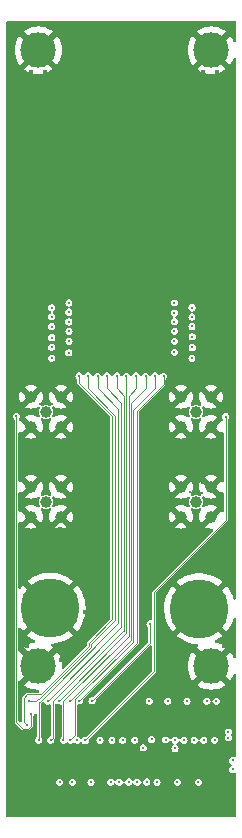
<source format=gbr>
%TF.GenerationSoftware,KiCad,Pcbnew,8.0.3*%
%TF.CreationDate,2024-07-19T20:57:39-07:00*%
%TF.ProjectId,wide_v1_4_layer,77696465-5f76-4315-9f34-5f6c61796572,V1*%
%TF.SameCoordinates,Original*%
%TF.FileFunction,Copper,L2,Inr*%
%TF.FilePolarity,Positive*%
%FSLAX46Y46*%
G04 Gerber Fmt 4.6, Leading zero omitted, Abs format (unit mm)*
G04 Created by KiCad (PCBNEW 8.0.3) date 2024-07-19 20:57:39*
%MOMM*%
%LPD*%
G01*
G04 APERTURE LIST*
%TA.AperFunction,ComponentPad*%
%ADD10C,0.990600*%
%TD*%
%TA.AperFunction,ComponentPad*%
%ADD11C,3.000000*%
%TD*%
%TA.AperFunction,ComponentPad*%
%ADD12C,5.000000*%
%TD*%
%TA.AperFunction,ViaPad*%
%ADD13C,0.300000*%
%TD*%
%TA.AperFunction,ViaPad*%
%ADD14C,0.400000*%
%TD*%
%TA.AperFunction,ViaPad*%
%ADD15C,0.500000*%
%TD*%
%TA.AperFunction,Conductor*%
%ADD16C,0.099060*%
%TD*%
%TA.AperFunction,Conductor*%
%ADD17C,0.099000*%
%TD*%
G04 APERTURE END LIST*
D10*
%TO.N,Net-(C2-Pad1)*%
%TO.C,SMP2*%
X72390000Y-104140000D03*
%TO.N,GND*%
X71120000Y-105410000D03*
X73660000Y-105410000D03*
X73660000Y-102870000D03*
X71120000Y-102870000D03*
%TD*%
%TO.N,Net-(R3-Pad1)*%
%TO.C,SMP3*%
X85090000Y-104140000D03*
%TO.N,GND*%
X83820000Y-105410000D03*
X86360000Y-105410000D03*
X86360000Y-102870000D03*
X83820000Y-102870000D03*
%TD*%
D11*
%TO.N,GND*%
%TO.C,*%
X86390000Y-125660000D03*
%TD*%
D12*
%TO.N,GND*%
%TO.C,*%
X85375000Y-120800000D03*
%TD*%
D11*
%TO.N,GND*%
%TO.C,*%
X71740000Y-125660000D03*
%TD*%
D10*
%TO.N,Net-(C1-Pad1)*%
%TO.C,SMP1*%
X72390000Y-111760000D03*
%TO.N,GND*%
X71120000Y-113030000D03*
X73660000Y-113030000D03*
X73660000Y-110490000D03*
X71120000Y-110490000D03*
%TD*%
D11*
%TO.N,GND*%
%TO.C,*%
X71740000Y-73510000D03*
%TD*%
D10*
%TO.N,Net-(R4-Pad1)*%
%TO.C,SMP4*%
X85090000Y-111760000D03*
%TO.N,GND*%
X83820000Y-113030000D03*
X86360000Y-113030000D03*
X86360000Y-110490000D03*
X83820000Y-110490000D03*
%TD*%
D11*
%TO.N,GND*%
%TO.C,*%
X86390000Y-73510000D03*
%TD*%
D12*
%TO.N,GND*%
%TO.C,*%
X72740000Y-120760000D03*
%TD*%
D13*
%TO.N,GND*%
X84600000Y-102250000D03*
X85810000Y-101940000D03*
X85200000Y-99660000D03*
%TO.N,Net-(Sample1-Pad3)*%
X70750000Y-130620000D03*
X75184000Y-101090400D03*
%TO.N,Net-(Sample1-Pad4)*%
X70916800Y-128625600D03*
X75946000Y-101090400D03*
%TO.N,Net-(Sample1-Pad5)*%
X76758800Y-101090400D03*
X71780400Y-131927600D03*
%TO.N,Net-(Sample1-Pad6)*%
X72542400Y-128625600D03*
X77571600Y-101090400D03*
%TO.N,Net-(Sample1-Pad7)*%
X78384400Y-101090400D03*
X72796400Y-131927600D03*
%TO.N,Net-(Sample1-Pad8)*%
X73470000Y-128600000D03*
X79197200Y-101090400D03*
%TO.N,Net-(Sample1-Pad9)*%
X80010000Y-101090400D03*
X73863200Y-131927600D03*
%TO.N,Net-(Sample1-Pad10)*%
X74420000Y-128590000D03*
X80822800Y-101090400D03*
%TO.N,Net-(Sample1-Pad11)*%
X74460000Y-131927600D03*
X81635600Y-101090400D03*
%TO.N,Net-(Sample1-Pad12)*%
X75210000Y-128600000D03*
X82346800Y-101090400D03*
%TO.N,unconnected-(ZIF1-Pad13)*%
X73550000Y-135480000D03*
X74334900Y-98138210D03*
%TO.N,Net-(Sample1-Pad15)*%
X74334900Y-97325410D03*
X74625200Y-135483600D03*
%TO.N,Net-(Sample1-Pad16)*%
X75031600Y-131927600D03*
X74327100Y-99130000D03*
%TO.N,Net-(Sample1-Pad17)*%
X74328700Y-96512799D03*
X76200000Y-135483600D03*
%TO.N,Net-(Sample1-Pad18)*%
X72889100Y-99600000D03*
X76962000Y-131927600D03*
%TO.N,Net-(Sample1-Pad19)*%
X77876400Y-135483600D03*
X72880000Y-98680000D03*
%TO.N,Net-(Sample1-Pad20)*%
X77971130Y-131927600D03*
X72880000Y-97845190D03*
%TO.N,Net-(Sample1-Pad21)*%
X78588000Y-135483600D03*
X72877900Y-96922230D03*
%TO.N,Net-(Sample1-Pad22)*%
X78878160Y-131949243D03*
X72877900Y-96087420D03*
%TO.N,Net-(Sample1-Pad23)*%
X79400000Y-135480000D03*
X72877900Y-95325410D03*
%TO.N,Net-(Sample1-Pad24)*%
X84750300Y-95311700D03*
X79908400Y-131927600D03*
%TO.N,unconnected-(ZIF1-Pad27)*%
X74328700Y-95700000D03*
X80118000Y-135483600D03*
%TO.N,31*%
X81788001Y-135483600D03*
X83265665Y-94899980D03*
%TO.N,32*%
X83265665Y-95749990D03*
X80619600Y-132588000D03*
%TO.N,33*%
X83260400Y-96499980D03*
X83515200Y-135483600D03*
%TO.N,34*%
X81328043Y-131879557D03*
X83260400Y-97299990D03*
%TO.N,35*%
X83260400Y-98150790D03*
X85293201Y-135483600D03*
%TO.N,36*%
X83260400Y-99090000D03*
X82524600Y-131902200D03*
%TO.N,37*%
X84745035Y-96911700D03*
X88188800Y-134416800D03*
%TO.N,39*%
X88188800Y-133654800D03*
X84768155Y-97773710D03*
%TO.N,40*%
X84768155Y-98685840D03*
X87833200Y-131216400D03*
%TO.N,Net-(Sample1-Pad37)*%
X84745035Y-96099330D03*
X83312000Y-132638800D03*
%TO.N,52*%
X86817200Y-128625600D03*
X86664800Y-131927600D03*
%TO.N,Net-(Sample1-Pad40)*%
X81127600Y-128625600D03*
X83312000Y-131927600D03*
%TO.N,Net-(Sample1-Pad42)*%
X82702400Y-128625600D03*
X84074000Y-131927600D03*
%TO.N,Net-(Sample1-Pad44)*%
X84328000Y-128625600D03*
X84937600Y-131927600D03*
%TO.N,Net-(Sample1-Pad46)*%
X85750400Y-131927600D03*
X86004400Y-128625600D03*
D14*
%TO.N,GND*%
X86537800Y-111734600D03*
D13*
X73730000Y-94410000D03*
X75150000Y-105240000D03*
D14*
X81762600Y-129489200D03*
D13*
X86190000Y-96381400D03*
X69220000Y-83110000D03*
D14*
X88050000Y-80020000D03*
X86610000Y-98910000D03*
D13*
X88130000Y-97324600D03*
X73670000Y-100960000D03*
D14*
X81110000Y-106260000D03*
X70517200Y-76543200D03*
D13*
X83520000Y-94400000D03*
X72280000Y-109480000D03*
D14*
X70550000Y-127510000D03*
D13*
X87140000Y-97710000D03*
D14*
X71500000Y-89050000D03*
X72974200Y-134416800D03*
X72317200Y-75343200D03*
X86335600Y-92391600D03*
X84772800Y-137845800D03*
D15*
X83814000Y-93300000D03*
D13*
X74205000Y-92200000D03*
D14*
X86334600Y-107035600D03*
D13*
X74150000Y-94390000D03*
D14*
X73590000Y-114100000D03*
X88070000Y-105880000D03*
D13*
X73970000Y-101250000D03*
D14*
X81680000Y-113080000D03*
X72150000Y-108520000D03*
D13*
X71540000Y-94740000D03*
X70400000Y-93500000D03*
X75150000Y-104030000D03*
X81770000Y-108760000D03*
X87150000Y-101330000D03*
X74150000Y-104320000D03*
D14*
X69480000Y-107320000D03*
D13*
X87600000Y-94780000D03*
D14*
X74938800Y-123500200D03*
X85000000Y-124000000D03*
X78896400Y-78820000D03*
D13*
X73824000Y-92200000D03*
X72300000Y-95840000D03*
D14*
X82000000Y-120400000D03*
D13*
X88130000Y-98950000D03*
X72681000Y-92200000D03*
X69380000Y-96553400D03*
X82340000Y-105099000D03*
D14*
X76490000Y-105190000D03*
D13*
X86610000Y-99810000D03*
X69390000Y-99299400D03*
X83310000Y-106600000D03*
D14*
X72470000Y-107360000D03*
D13*
X88130000Y-96207000D03*
X72360000Y-101070000D03*
D14*
X84496800Y-75343200D03*
X71145400Y-111709200D03*
X82310000Y-121320000D03*
D13*
X82340000Y-104718000D03*
X72300000Y-98650000D03*
D14*
X71805800Y-107924600D03*
D13*
X88130000Y-96588000D03*
D14*
X82569200Y-76543200D03*
D13*
X86190000Y-97143400D03*
D14*
X78296400Y-80020000D03*
D13*
X86190000Y-98652400D03*
X71540000Y-92380000D03*
X80700000Y-109720000D03*
X76240000Y-107410000D03*
D14*
X73793200Y-137845800D03*
X88030000Y-108940000D03*
D13*
X69390000Y-97775400D03*
D14*
X69860000Y-88090000D03*
D13*
X84600000Y-110930000D03*
D14*
X82572400Y-81030000D03*
X77096400Y-80020000D03*
D13*
X87140000Y-98860000D03*
X85520000Y-109680000D03*
X86190000Y-97880000D03*
X84340000Y-101940000D03*
D14*
X73496600Y-104052800D03*
D13*
X85210000Y-97917600D03*
D14*
X83388200Y-111861600D03*
X81460000Y-95020000D03*
X87960000Y-127670000D03*
X70793200Y-136645800D03*
D13*
X76550000Y-107730000D03*
X71310000Y-97040000D03*
X86190000Y-97524400D03*
D14*
X86900200Y-93055800D03*
X76546400Y-81030000D03*
D13*
X85210000Y-96010000D03*
X69390000Y-98156400D03*
D14*
X74696400Y-80020000D03*
D13*
X69390000Y-100442400D03*
D14*
X71393200Y-137845800D03*
D13*
X73062000Y-92200000D03*
X75460000Y-108090000D03*
D14*
X71670400Y-78820000D03*
D15*
X73780000Y-93300000D03*
D13*
X71310000Y-97776600D03*
X69380000Y-95410400D03*
D14*
X81369200Y-76543200D03*
D13*
X85490000Y-100790000D03*
D14*
X76020000Y-94000000D03*
D13*
X81710000Y-109800000D03*
X86600000Y-95220000D03*
X70690000Y-93230000D03*
X73443000Y-92200000D03*
D14*
X78946400Y-81030000D03*
D13*
X74560000Y-101840000D03*
X70400000Y-96582400D03*
X87140000Y-97334400D03*
X88150000Y-95445000D03*
D14*
X78619200Y-137845800D03*
D13*
X85200000Y-98330000D03*
D14*
X70097800Y-135585200D03*
X74120400Y-81030000D03*
D13*
X70370000Y-100900000D03*
X88120000Y-101594600D03*
X70960000Y-94410000D03*
D14*
X73660000Y-125120000D03*
D13*
X80710000Y-110159000D03*
X85360000Y-92510000D03*
X71310000Y-98549000D03*
D14*
X82780000Y-114580000D03*
X74070400Y-78820000D03*
X69725400Y-91392200D03*
X88050000Y-111090000D03*
X78343200Y-77743200D03*
D13*
X72380000Y-93850000D03*
D14*
X85096800Y-76543200D03*
X70193200Y-137845800D03*
X86640000Y-96030000D03*
D13*
X71310000Y-99311000D03*
D14*
X80172400Y-81030000D03*
X83281200Y-116000200D03*
X83000000Y-116900000D03*
X83169200Y-75343200D03*
D13*
X72870000Y-108910000D03*
X80700000Y-108850000D03*
X70400000Y-96201400D03*
D14*
X88050000Y-112960000D03*
D13*
X70400000Y-98138000D03*
D14*
X86300000Y-81030000D03*
X76464600Y-106434600D03*
D13*
X87150000Y-98090000D03*
X87150000Y-96572400D03*
D14*
X79410000Y-96584800D03*
D13*
X72960000Y-94730000D03*
D14*
X72317200Y-77743200D03*
D13*
X72080000Y-100780000D03*
X83330000Y-106160000D03*
X69380000Y-97290000D03*
X75150000Y-104440000D03*
D14*
X73660000Y-111683800D03*
X70024400Y-90143800D03*
X81924800Y-116209800D03*
X69500000Y-123490000D03*
X71297800Y-135585200D03*
X76219200Y-137845800D03*
D13*
X87150000Y-95800000D03*
D14*
X75960000Y-116530000D03*
X75900000Y-105770400D03*
X76010000Y-120320000D03*
D13*
X72320000Y-99500000D03*
D14*
X84496800Y-77743200D03*
X71221600Y-107061000D03*
D13*
X83930000Y-100960000D03*
X69380000Y-96934400D03*
X88130000Y-96969000D03*
D14*
X85372800Y-136645800D03*
X87772800Y-136645800D03*
D13*
X87150000Y-98500000D03*
X74160000Y-103770000D03*
D14*
X72339200Y-105968800D03*
D13*
X85000000Y-92250000D03*
D14*
X80769200Y-75343200D03*
X72917200Y-76543200D03*
D13*
X69390000Y-101560000D03*
D14*
X71070400Y-80020000D03*
X76100000Y-122000000D03*
D13*
X86190000Y-99033400D03*
D14*
X75619200Y-136645800D03*
X83960000Y-107220000D03*
D13*
X87860000Y-95060000D03*
X83060000Y-101820000D03*
X84930000Y-101380000D03*
D14*
X87149000Y-90868000D03*
D13*
X83812000Y-92190000D03*
X73100000Y-100370000D03*
D14*
X75296400Y-78820000D03*
D13*
X85580000Y-110130000D03*
D14*
X72920400Y-81030000D03*
D13*
X81630000Y-106940000D03*
X73380000Y-100670000D03*
D14*
X74850000Y-114420000D03*
D13*
X70970000Y-92970000D03*
X70400000Y-95820400D03*
X72800000Y-100090000D03*
D14*
X85696800Y-77743200D03*
X87450000Y-78820000D03*
X72188600Y-116693200D03*
D13*
X75150000Y-104830000D03*
X83431000Y-92190000D03*
D14*
X87090000Y-106560000D03*
D13*
X86190000Y-95619400D03*
D14*
X81969200Y-77743200D03*
X70637400Y-108000800D03*
D13*
X72330000Y-95430000D03*
X82240000Y-106310000D03*
X87150000Y-99250000D03*
D14*
X80722400Y-80020000D03*
D13*
X76970000Y-110580000D03*
D14*
X86334600Y-108889800D03*
D13*
X71990000Y-109760000D03*
D14*
X77143200Y-77743200D03*
X70589000Y-90808000D03*
D13*
X72310000Y-97850000D03*
D14*
X85696800Y-75343200D03*
X76543200Y-76543200D03*
X72870400Y-78820000D03*
D13*
X69380000Y-95791400D03*
X84790000Y-100090000D03*
X75270000Y-106430000D03*
X69390000Y-101204400D03*
X71310000Y-96278000D03*
D14*
X87000000Y-109390000D03*
X75660000Y-117500000D03*
X78943200Y-76543200D03*
X79569200Y-77743200D03*
D13*
X84220000Y-100670000D03*
X83050000Y-92190000D03*
D14*
X88096800Y-77743200D03*
X83169200Y-77743200D03*
X69480000Y-113120000D03*
D13*
X76970000Y-109380000D03*
D14*
X84172600Y-117700000D03*
X77419200Y-137845800D03*
X88096800Y-75343200D03*
D13*
X76970000Y-108960000D03*
D14*
X81969200Y-75343200D03*
X82845200Y-136645800D03*
X69430000Y-127510000D03*
D13*
X73240000Y-101930000D03*
D14*
X85650000Y-80020000D03*
D13*
X87150000Y-96953400D03*
D14*
X87757000Y-135585200D03*
X87500000Y-118000000D03*
D13*
X84300000Y-108720000D03*
D14*
X73583800Y-107035600D03*
D15*
X84900000Y-93660000D03*
D14*
X77970000Y-96564800D03*
D13*
X69390000Y-100061400D03*
X72310000Y-98250000D03*
D14*
X73126600Y-124028200D03*
X74850000Y-113327800D03*
D13*
X84300000Y-94600000D03*
X71310000Y-95897000D03*
D14*
X87500000Y-81030000D03*
D13*
X75150000Y-107780000D03*
X69380000Y-96172400D03*
X84600000Y-92190000D03*
D14*
X82360000Y-113280000D03*
D13*
X85210000Y-96800000D03*
D14*
X81045200Y-137845800D03*
D13*
X88250000Y-84390000D03*
D15*
X85350000Y-94090000D03*
D14*
X84450000Y-80020000D03*
D13*
X75160000Y-106040000D03*
D15*
X84394000Y-93300000D03*
D14*
X88050000Y-92680000D03*
X76020000Y-93080000D03*
D13*
X74840000Y-107450000D03*
D14*
X86610000Y-97990000D03*
D13*
X80740000Y-107990000D03*
X75140000Y-102910000D03*
D14*
X79522400Y-80020000D03*
X72747400Y-115753400D03*
X80169200Y-76543200D03*
X87810000Y-113850000D03*
D13*
X71310000Y-96659000D03*
D14*
X85700000Y-116200000D03*
D13*
X88120000Y-100096000D03*
X83074000Y-94390000D03*
X80710000Y-109290000D03*
D14*
X74743200Y-77743200D03*
D13*
X72300000Y-92200000D03*
X70860000Y-99880000D03*
X70400000Y-97344400D03*
X69210000Y-84400000D03*
X76890000Y-108060000D03*
X69380000Y-95029400D03*
X88120000Y-99334000D03*
D14*
X87172800Y-137845800D03*
X77143200Y-75343200D03*
D13*
X72320000Y-99070000D03*
D14*
X75943200Y-77743200D03*
X85100000Y-81030000D03*
X80880000Y-96530000D03*
X71528800Y-91392200D03*
D13*
X85190000Y-96400000D03*
D14*
X87496800Y-76543200D03*
X87930000Y-89090000D03*
D13*
X82340000Y-103543400D03*
X85210000Y-97562000D03*
X84660000Y-101690000D03*
X84950000Y-109030000D03*
X86480000Y-93680000D03*
X86190000Y-99770000D03*
D14*
X87980000Y-123040000D03*
X83722400Y-78820000D03*
X74850000Y-112286400D03*
X71720400Y-81030000D03*
D13*
X70570000Y-99610000D03*
X72310000Y-97080000D03*
D14*
X81490000Y-93980000D03*
D13*
X82340000Y-105900000D03*
D14*
X87174400Y-88531200D03*
X75800000Y-118500000D03*
D13*
X81800000Y-108320000D03*
X70400000Y-97700000D03*
X82340000Y-103162400D03*
D14*
X86896800Y-77743200D03*
X79845200Y-137845800D03*
D13*
X74586000Y-92200000D03*
X71140000Y-100170000D03*
D14*
X86250000Y-78820000D03*
D13*
X69390000Y-98537400D03*
D15*
X86180000Y-94920000D03*
D13*
X85210000Y-109340000D03*
X82840000Y-107340000D03*
D14*
X86893400Y-104140000D03*
D13*
X84680000Y-108800000D03*
D14*
X83769200Y-76543200D03*
X88100000Y-107020000D03*
X70410600Y-115728000D03*
X85191600Y-113004600D03*
D13*
X88130000Y-98569000D03*
X88120000Y-97810000D03*
X87020000Y-94230000D03*
D14*
X75346400Y-81030000D03*
X86584400Y-90203800D03*
D13*
X86880000Y-95510000D03*
X76970000Y-110199000D03*
X70400000Y-99255600D03*
X86210000Y-93400000D03*
D14*
X87500000Y-124000000D03*
X69720000Y-92840000D03*
X81922400Y-80020000D03*
X69450000Y-115110000D03*
X74380000Y-124440000D03*
D13*
X88120000Y-100477000D03*
D14*
X86893400Y-107950000D03*
D13*
X72300000Y-93190000D03*
X72940000Y-103500000D03*
D14*
X73517200Y-75343200D03*
X85130000Y-107310000D03*
X71221600Y-108864400D03*
X85006200Y-117100000D03*
D13*
X82760000Y-102120000D03*
D14*
X81372400Y-81030000D03*
X77743200Y-76543200D03*
D15*
X73200000Y-93300000D03*
D14*
X86260000Y-89090000D03*
D13*
X85590000Y-102320000D03*
X70380000Y-101400000D03*
X74240000Y-106810000D03*
D14*
X72288400Y-112953800D03*
D13*
X71310000Y-99666600D03*
D14*
X86572800Y-136645800D03*
D13*
X73270000Y-108780000D03*
X82340000Y-104280000D03*
X69230000Y-81940000D03*
X75140000Y-105630000D03*
D14*
X73517200Y-77743200D03*
D13*
X81710000Y-110199000D03*
D14*
X87140000Y-114390000D03*
X86758800Y-116007800D03*
X81968200Y-122085600D03*
D13*
X88120000Y-101239000D03*
D14*
X70520400Y-81030000D03*
X69430000Y-120980000D03*
X71117200Y-77743200D03*
D13*
X86070000Y-100230000D03*
X86760000Y-93950000D03*
X70400000Y-95439400D03*
D14*
X86285400Y-91452200D03*
X88088800Y-91452200D03*
X79569200Y-75343200D03*
D13*
X84193000Y-92190000D03*
D14*
X83122400Y-80020000D03*
X81645200Y-136645800D03*
D13*
X75970000Y-110470000D03*
X86890000Y-99500000D03*
X70400000Y-98900000D03*
X74240000Y-101550000D03*
D14*
X83388200Y-107924600D03*
D13*
X86190000Y-98271400D03*
D15*
X83194000Y-93300000D03*
D14*
X69410000Y-118970000D03*
D13*
X71310000Y-95135000D03*
D14*
X69480000Y-109420000D03*
D13*
X75160000Y-103650000D03*
X69240000Y-87110000D03*
D14*
X70789800Y-124002800D03*
D13*
X80980000Y-107590000D03*
D14*
X86200000Y-117600000D03*
X84556600Y-107924600D03*
D13*
X70400000Y-95058400D03*
D14*
X76819200Y-136645800D03*
D13*
X82450000Y-102390000D03*
X85210000Y-98770000D03*
D14*
X73179200Y-116667800D03*
X84000000Y-124500000D03*
X71717200Y-76543200D03*
X80122400Y-78820000D03*
X85115400Y-105841800D03*
D13*
X71900000Y-92190000D03*
X69390000Y-100823400D03*
X74840000Y-102140000D03*
X83350000Y-101530000D03*
D14*
X70586600Y-104165400D03*
D13*
X69220000Y-85750000D03*
X75150000Y-103270000D03*
D14*
X70665200Y-91976400D03*
X80769200Y-77743200D03*
D13*
X86190000Y-99414400D03*
D14*
X75010000Y-110290000D03*
D13*
X70640000Y-94710000D03*
D14*
X83772400Y-81030000D03*
X82522400Y-78820000D03*
D13*
X88120000Y-98191000D03*
X83340000Y-104049000D03*
D14*
X87620000Y-115310000D03*
X69917200Y-77743200D03*
X83445200Y-137845800D03*
D13*
X82340000Y-103924400D03*
D14*
X69480000Y-111180000D03*
X75668200Y-121085600D03*
D13*
X71790000Y-100500000D03*
X72720000Y-93580000D03*
X71890000Y-103460000D03*
D14*
X73888200Y-115735600D03*
X75578200Y-119405600D03*
X85370000Y-108630000D03*
X73050400Y-107950000D03*
D13*
X73300000Y-94440000D03*
X88120000Y-99715000D03*
X76970000Y-109800000D03*
D14*
X70994800Y-116693200D03*
X74743200Y-75343200D03*
D13*
X83340000Y-104430000D03*
D14*
X70470400Y-78820000D03*
X75943200Y-75343200D03*
X86850000Y-80020000D03*
D13*
X74550000Y-94410000D03*
D14*
X70390000Y-122990000D03*
X70461400Y-117683800D03*
X78343200Y-75343200D03*
D13*
X83120000Y-107000000D03*
X69870000Y-94060000D03*
X72300000Y-96250000D03*
D14*
X77970000Y-97530000D03*
D13*
X82340000Y-105480000D03*
D14*
X82163000Y-115479800D03*
X81322400Y-78820000D03*
X69870400Y-80020000D03*
X76660000Y-96520000D03*
D15*
X74400000Y-93300000D03*
D13*
X88280000Y-87100000D03*
D14*
X87174400Y-89623400D03*
D13*
X82480000Y-107660000D03*
D14*
X87840000Y-93640000D03*
X75390000Y-122690000D03*
X76496400Y-78820000D03*
X74419200Y-136645800D03*
X82243000Y-117095400D03*
X85801200Y-107950000D03*
D13*
X72120000Y-94150000D03*
D14*
X77746400Y-81030000D03*
D13*
X87140000Y-100860000D03*
D14*
X69430000Y-105560000D03*
X84060000Y-104130000D03*
X71444200Y-90298400D03*
D13*
X83644000Y-101250000D03*
X75890000Y-107070000D03*
X72950000Y-101650000D03*
D14*
X87300000Y-117200000D03*
D13*
X80700000Y-108420000D03*
X72710000Y-93200000D03*
X85920000Y-93100000D03*
X83890000Y-108720000D03*
D14*
X86557000Y-135585200D03*
D13*
X85210000Y-97181000D03*
D14*
X86896800Y-75343200D03*
D13*
X71920000Y-93440000D03*
D14*
X69700000Y-89030000D03*
D13*
X71310000Y-98930000D03*
D14*
X86296800Y-76543200D03*
X75880000Y-114580000D03*
X80445200Y-136645800D03*
D13*
X74110000Y-108780000D03*
X75120000Y-102550000D03*
X69550000Y-94310000D03*
D14*
X70614400Y-88471200D03*
X75670000Y-113100000D03*
X82400000Y-123000000D03*
D13*
X85210000Y-99170000D03*
D14*
X69410000Y-125140000D03*
X84172800Y-136645800D03*
D13*
X84560000Y-94890000D03*
D14*
X85050000Y-78820000D03*
D13*
X69390000Y-98918400D03*
X86190000Y-96000400D03*
D14*
X71993200Y-136645800D03*
X77696400Y-78820000D03*
D13*
X75970000Y-109960000D03*
X84500000Y-100400000D03*
X69390000Y-99680400D03*
X75760000Y-108370000D03*
D14*
X81135400Y-105015400D03*
X85972800Y-137845800D03*
D13*
X72310000Y-96670000D03*
D15*
X85780000Y-94490000D03*
D14*
X70969400Y-114839000D03*
X69917200Y-75343200D03*
X75440000Y-111290000D03*
D13*
X88270000Y-81930000D03*
X71310000Y-95516000D03*
D14*
X82340000Y-119570000D03*
D13*
X85210000Y-95600000D03*
X71230000Y-92660000D03*
D14*
X81734800Y-114479800D03*
X88004200Y-90358400D03*
X72188600Y-114839000D03*
D13*
X71310000Y-98168000D03*
D14*
X75019200Y-137845800D03*
D13*
X81710000Y-110580000D03*
X81950000Y-106620000D03*
X86190000Y-96762400D03*
D14*
X72593200Y-137845800D03*
X71655200Y-115753400D03*
D13*
X74160000Y-106410000D03*
X74530000Y-107110000D03*
X85790000Y-100510000D03*
D14*
X73788800Y-117683800D03*
D13*
X85640000Y-92830000D03*
X88120000Y-100858000D03*
X70400000Y-96963400D03*
D14*
X70614400Y-89563400D03*
X72270400Y-80020000D03*
X78019200Y-136645800D03*
D13*
X71820000Y-94420000D03*
D14*
X74320000Y-116650000D03*
D13*
X83950000Y-94390000D03*
X88260000Y-85740000D03*
D14*
X75896400Y-80020000D03*
D13*
X71510000Y-100210000D03*
D14*
X86200000Y-115245800D03*
X73193200Y-136645800D03*
D13*
X85200000Y-101100000D03*
X76970000Y-108530000D03*
D14*
X83944800Y-115300000D03*
X79410000Y-97550000D03*
D13*
X71310000Y-97421000D03*
X73700000Y-108780000D03*
D14*
X75528200Y-115615600D03*
X81490000Y-93060000D03*
D13*
X88260000Y-83100000D03*
X70400000Y-98519000D03*
X72650000Y-101350000D03*
D14*
X70290000Y-113930000D03*
X84900000Y-115100000D03*
D13*
X82130000Y-107970000D03*
X88150000Y-95826000D03*
D14*
X83431400Y-114153600D03*
D13*
X82340000Y-102781400D03*
X87150000Y-96191400D03*
D14*
X82360000Y-111146400D03*
D13*
X81300000Y-107250000D03*
X83340000Y-103668000D03*
X71270000Y-94100000D03*
D14*
X75343200Y-76543200D03*
X79245200Y-136645800D03*
D13*
X69400000Y-94658400D03*
X80710000Y-110540000D03*
D14*
X81700000Y-105679600D03*
X83500000Y-123500000D03*
X87225200Y-92036400D03*
D13*
X72310000Y-97470000D03*
X75980000Y-108720000D03*
D14*
X71117200Y-75343200D03*
D13*
X70130000Y-93792000D03*
D14*
X86640000Y-96950000D03*
D13*
X72560000Y-109190000D03*
D14*
X69430000Y-117070000D03*
X73470400Y-80020000D03*
X74142600Y-107950000D03*
X82245200Y-137845800D03*
D13*
X71580000Y-93780000D03*
X85630000Y-110980000D03*
X87320000Y-94520000D03*
D14*
X74117200Y-76543200D03*
D13*
X75590000Y-106740000D03*
D14*
X75990000Y-95040000D03*
D13*
%TO.N,Net-(R4-Pad1)*%
X76290000Y-128600000D03*
X81200000Y-122090000D03*
%TO.N,38*%
X87833200Y-131724400D03*
X84745035Y-99599320D03*
%TO.N,Net-(R2-Pad1)*%
X69880000Y-104500000D03*
X71100000Y-129680000D03*
%TO.N,Net-(R3-Pad1)*%
X87610000Y-104540000D03*
X75710000Y-131960000D03*
%TO.N,Net-(Sample1-Pad25)*%
X74330000Y-94910000D03*
X80930000Y-135480000D03*
%TD*%
D16*
%TO.N,Net-(Sample1-Pad3)*%
X75184000Y-101684000D02*
X75184000Y-101090400D01*
X77980000Y-104480000D02*
X75184000Y-101684000D01*
X76000940Y-123689346D02*
X77980000Y-121710286D01*
X76000940Y-124006032D02*
X76000940Y-123689346D01*
X71946972Y-128060000D02*
X76000940Y-124006032D01*
X77980000Y-121710286D02*
X77980000Y-104480000D01*
X70491070Y-128358930D02*
X70790000Y-128060000D01*
X70790000Y-128060000D02*
X71946972Y-128060000D01*
X70491070Y-130361070D02*
X70491070Y-128358930D01*
X70750000Y-130620000D02*
X70491070Y-130361070D01*
%TO.N,Net-(Sample1-Pad12)*%
X80088120Y-104081880D02*
X82346800Y-101823200D01*
X82346800Y-101823200D02*
X82346800Y-101090400D01*
X80088120Y-123721880D02*
X80088120Y-104081880D01*
X75210000Y-128600000D02*
X80088120Y-123721880D01*
D17*
%TO.N,Net-(R3-Pad1)*%
X81548560Y-126121440D02*
X75710000Y-131960000D01*
X81548560Y-119401440D02*
X81548560Y-126121440D01*
X87620000Y-113330000D02*
X81548560Y-119401440D01*
D16*
%TO.N,Net-(Sample1-Pad11)*%
X74861410Y-128448590D02*
X79717980Y-123592020D01*
X74861410Y-131526190D02*
X74861410Y-128448590D01*
X79717980Y-123592020D02*
X79794380Y-123592020D01*
X74460000Y-131927600D02*
X74861410Y-131526190D01*
X79794380Y-123592020D02*
X79794380Y-104000020D01*
X81635600Y-102158800D02*
X81635600Y-101090400D01*
X79794380Y-104000020D02*
X81635600Y-102158800D01*
%TO.N,Net-(Sample1-Pad7)*%
X72970000Y-128607019D02*
X72970000Y-131754000D01*
X78990000Y-122656400D02*
X78920619Y-122656400D01*
X78990000Y-102764400D02*
X78990000Y-122656400D01*
X72970000Y-131754000D02*
X72796400Y-131927600D01*
X78384400Y-102158800D02*
X78990000Y-102764400D01*
X78920619Y-122656400D02*
X72970000Y-128607019D01*
X78384400Y-101090400D02*
X78384400Y-102158800D01*
D17*
%TO.N,Net-(R2-Pad1)*%
X71100000Y-130762939D02*
X71100000Y-129680000D01*
X70894379Y-130968560D02*
X71100000Y-130762939D01*
X70484292Y-130968560D02*
X70894379Y-130968560D01*
X69880000Y-130364268D02*
X70484292Y-130968560D01*
D16*
%TO.N,Net-(Sample1-Pad4)*%
X78250000Y-121721800D02*
X76200000Y-123771800D01*
X71581340Y-128625600D02*
X70916800Y-128625600D01*
X71811146Y-128477340D02*
X71697947Y-128477340D01*
X76200000Y-123771800D02*
X76200000Y-124088486D01*
X75946000Y-102158800D02*
X75946000Y-101090400D01*
X78250000Y-104462800D02*
X78250000Y-121721800D01*
X75946000Y-102158800D02*
X78250000Y-104462800D01*
X71581340Y-128593947D02*
X71581340Y-128625600D01*
X76200000Y-124088486D02*
X71811146Y-128477340D01*
X71697947Y-128477340D02*
X71581340Y-128593947D01*
%TO.N,Net-(Sample1-Pad5)*%
X71780400Y-128676400D02*
X71780400Y-131927600D01*
X78530000Y-122040000D02*
X71893600Y-128676400D01*
X78530000Y-103930000D02*
X78530000Y-122040000D01*
X76758800Y-102158800D02*
X78530000Y-103930000D01*
X71893600Y-128676400D02*
X71780400Y-128676400D01*
X76758800Y-102158800D02*
X76758800Y-101090400D01*
%TO.N,Net-(Sample1-Pad6)*%
X78770000Y-103357200D02*
X78770000Y-122398000D01*
X78770000Y-122398000D02*
X72542400Y-128625600D01*
X77571600Y-102158800D02*
X78770000Y-103357200D01*
X77571600Y-102158800D02*
X77571600Y-101090400D01*
%TO.N,Net-(Sample1-Pad8)*%
X79197200Y-122872800D02*
X73470000Y-128600000D01*
X79197200Y-101090400D02*
X79197200Y-122872800D01*
%TO.N,Net-(Sample1-Pad9)*%
X73863200Y-128630400D02*
X79396260Y-123097340D01*
X79396260Y-123097340D02*
X79396260Y-102772540D01*
X80010000Y-102158800D02*
X80010000Y-101090400D01*
X79396260Y-102772540D02*
X80010000Y-102158800D01*
X73863200Y-131927600D02*
X73863200Y-128630400D01*
%TO.N,Net-(Sample1-Pad10)*%
X79595320Y-123414680D02*
X79595320Y-103386280D01*
X79595320Y-103386280D02*
X80822800Y-102158800D01*
X74420000Y-128590000D02*
X79595320Y-123414680D01*
X80822800Y-102158800D02*
X80822800Y-101090400D01*
D17*
%TO.N,Net-(R4-Pad1)*%
X81200000Y-123690000D02*
X81200000Y-122090000D01*
X76290000Y-128600000D02*
X81200000Y-123690000D01*
%TO.N,Net-(R2-Pad1)*%
X71090000Y-129690000D02*
X71100000Y-129680000D01*
X69880000Y-104500000D02*
X69880000Y-104590000D01*
X69880000Y-104500000D02*
X69880000Y-130364268D01*
X69880000Y-104590000D02*
X69860000Y-104610000D01*
%TO.N,Net-(R3-Pad1)*%
X87620000Y-104550000D02*
X87610000Y-104540000D01*
X87620000Y-113330000D02*
X87620000Y-104550000D01*
%TD*%
%TA.AperFunction,Conductor*%
%TO.N,GND*%
G36*
X70924411Y-126329336D02*
G01*
X71070664Y-126475589D01*
X71194930Y-126558621D01*
X70513436Y-127240115D01*
X70655960Y-127346807D01*
X70655961Y-127346808D01*
X70907042Y-127483908D01*
X70907041Y-127483908D01*
X71175104Y-127583890D01*
X71454637Y-127644699D01*
X71700528Y-127662286D01*
X71765992Y-127686703D01*
X71807864Y-127742636D01*
X71812848Y-127812328D01*
X71779363Y-127873651D01*
X71718040Y-127907136D01*
X71691682Y-127909970D01*
X70819843Y-127909970D01*
X70760157Y-127909970D01*
X70760155Y-127909970D01*
X70760153Y-127909971D01*
X70705020Y-127932807D01*
X70705012Y-127932812D01*
X70406085Y-128231741D01*
X70406084Y-128231742D01*
X70363882Y-128273943D01*
X70341040Y-128329086D01*
X70341040Y-130313814D01*
X70321355Y-130380853D01*
X70268551Y-130426608D01*
X70199393Y-130436552D01*
X70135837Y-130407527D01*
X70129359Y-130401495D01*
X70066319Y-130338455D01*
X70032834Y-130277132D01*
X70030000Y-130250774D01*
X70030000Y-127010457D01*
X70049685Y-126943418D01*
X70102489Y-126897663D01*
X70158974Y-126887471D01*
X70841377Y-126205067D01*
X70924411Y-126329336D01*
G37*
%TD.AperFunction*%
%TA.AperFunction,Conductor*%
G36*
X71233094Y-122081521D02*
G01*
X71418479Y-122266906D01*
X71513632Y-122339919D01*
X70802818Y-123050733D01*
X70802819Y-123050734D01*
X70945484Y-123170445D01*
X71237461Y-123362480D01*
X71424273Y-123456302D01*
X71475348Y-123503980D01*
X71492537Y-123571702D01*
X71470384Y-123637967D01*
X71415923Y-123681736D01*
X71394980Y-123688278D01*
X71175104Y-123736109D01*
X70907041Y-123836091D01*
X70655961Y-123973191D01*
X70655953Y-123973196D01*
X70513437Y-124079882D01*
X70513436Y-124079883D01*
X71194931Y-124761378D01*
X71070664Y-124844411D01*
X70924411Y-124990664D01*
X70841378Y-125114931D01*
X70158789Y-124432342D01*
X70094573Y-124418373D01*
X70045168Y-124368968D01*
X70030000Y-124309541D01*
X70030000Y-122517840D01*
X70049685Y-122450801D01*
X70102489Y-122405046D01*
X70171647Y-122395102D01*
X70235203Y-122424127D01*
X70253463Y-122443793D01*
X70437962Y-122691619D01*
X70437965Y-122691623D01*
X70446148Y-122700296D01*
X71160078Y-121986365D01*
X71233094Y-122081521D01*
G37*
%TD.AperFunction*%
%TA.AperFunction,Conductor*%
G36*
X70751700Y-110538488D02*
G01*
X70776799Y-110632158D01*
X70825287Y-110716141D01*
X70893859Y-110784713D01*
X70977842Y-110833201D01*
X71071512Y-110858300D01*
X71105252Y-110858300D01*
X70614948Y-111348604D01*
X70737267Y-111413985D01*
X70924888Y-111470899D01*
X71120000Y-111490115D01*
X71315111Y-111470899D01*
X71502732Y-111413985D01*
X71675629Y-111321569D01*
X71680698Y-111318183D01*
X71681811Y-111319849D01*
X71737643Y-111296125D01*
X71806513Y-111307904D01*
X71858082Y-111355047D01*
X71875977Y-111422586D01*
X71866582Y-111466741D01*
X71809537Y-111604461D01*
X71809536Y-111604465D01*
X71789059Y-111759999D01*
X71789059Y-111760000D01*
X71809536Y-111915534D01*
X71809537Y-111915538D01*
X71866582Y-112053258D01*
X71874051Y-112122727D01*
X71842776Y-112185206D01*
X71782687Y-112220858D01*
X71712861Y-112218364D01*
X71681284Y-112200939D01*
X71680698Y-112201817D01*
X71675629Y-112198430D01*
X71502732Y-112106014D01*
X71315111Y-112049100D01*
X71120000Y-112029884D01*
X70924888Y-112049100D01*
X70737270Y-112106014D01*
X70614949Y-112171394D01*
X70614949Y-112171395D01*
X71105253Y-112661700D01*
X71071512Y-112661700D01*
X70977842Y-112686799D01*
X70893859Y-112735287D01*
X70825287Y-112803859D01*
X70776799Y-112887842D01*
X70751700Y-112981512D01*
X70751700Y-113015254D01*
X70261395Y-112524949D01*
X70259468Y-112525235D01*
X70214397Y-112571120D01*
X70146259Y-112586581D01*
X70080579Y-112562750D01*
X70038210Y-112507193D01*
X70030000Y-112462823D01*
X70030000Y-111057176D01*
X70049685Y-110990137D01*
X70102489Y-110944382D01*
X70171647Y-110934438D01*
X70235203Y-110963463D01*
X70260294Y-110994886D01*
X70261395Y-110995049D01*
X70751700Y-110504745D01*
X70751700Y-110538488D01*
G37*
%TD.AperFunction*%
%TA.AperFunction,Conductor*%
G36*
X87218603Y-110995050D02*
G01*
X87218604Y-110995050D01*
X87236642Y-110961304D01*
X87285604Y-110911459D01*
X87353742Y-110895999D01*
X87419422Y-110919831D01*
X87461790Y-110975388D01*
X87470000Y-111019757D01*
X87470000Y-112500241D01*
X87450315Y-112567280D01*
X87397511Y-112613035D01*
X87328353Y-112622979D01*
X87264797Y-112593954D01*
X87236642Y-112558695D01*
X87218604Y-112524948D01*
X86728300Y-113015252D01*
X86728300Y-112981512D01*
X86703201Y-112887842D01*
X86654713Y-112803859D01*
X86586141Y-112735287D01*
X86502158Y-112686799D01*
X86408488Y-112661700D01*
X86374747Y-112661700D01*
X86865049Y-112171395D01*
X86742727Y-112106013D01*
X86555111Y-112049100D01*
X86360000Y-112029884D01*
X86164888Y-112049100D01*
X85977267Y-112106014D01*
X85804370Y-112198430D01*
X85799302Y-112201817D01*
X85798194Y-112200159D01*
X85742300Y-112223880D01*
X85673436Y-112212071D01*
X85621888Y-112164905D01*
X85604023Y-112097358D01*
X85613415Y-112053262D01*
X85670464Y-111915535D01*
X85690941Y-111760000D01*
X85670464Y-111604465D01*
X85613416Y-111466741D01*
X85605948Y-111397272D01*
X85637223Y-111334793D01*
X85697312Y-111299141D01*
X85767137Y-111301635D01*
X85798715Y-111319060D01*
X85799302Y-111318183D01*
X85804370Y-111321569D01*
X85977267Y-111413985D01*
X86164888Y-111470899D01*
X86360000Y-111490115D01*
X86555111Y-111470899D01*
X86742730Y-111413985D01*
X86865050Y-111348603D01*
X86374747Y-110858300D01*
X86408488Y-110858300D01*
X86502158Y-110833201D01*
X86586141Y-110784713D01*
X86654713Y-110716141D01*
X86703201Y-110632158D01*
X86728300Y-110538488D01*
X86728300Y-110504747D01*
X87218603Y-110995050D01*
G37*
%TD.AperFunction*%
%TA.AperFunction,Conductor*%
G36*
X88436939Y-71026505D02*
G01*
X88482694Y-71079309D01*
X88493900Y-71130820D01*
X88493900Y-72740442D01*
X88474215Y-72807481D01*
X88421411Y-72853236D01*
X88352253Y-72863180D01*
X88288697Y-72834155D01*
X88253718Y-72783776D01*
X88213908Y-72677041D01*
X88076808Y-72425961D01*
X88076807Y-72425960D01*
X87970115Y-72283436D01*
X87288621Y-72964930D01*
X87205589Y-72840664D01*
X87059336Y-72694411D01*
X86935068Y-72611378D01*
X87616562Y-71929883D01*
X87616561Y-71929882D01*
X87474046Y-71823196D01*
X87474038Y-71823191D01*
X87222957Y-71686091D01*
X87222958Y-71686091D01*
X86954895Y-71586109D01*
X86675362Y-71525300D01*
X86390001Y-71504891D01*
X86389999Y-71504891D01*
X86104637Y-71525300D01*
X85825104Y-71586109D01*
X85557041Y-71686091D01*
X85305961Y-71823191D01*
X85305953Y-71823196D01*
X85163437Y-71929882D01*
X85163436Y-71929883D01*
X85844931Y-72611378D01*
X85720664Y-72694411D01*
X85574411Y-72840664D01*
X85491378Y-72964931D01*
X84809883Y-72283436D01*
X84809882Y-72283437D01*
X84703196Y-72425953D01*
X84703191Y-72425961D01*
X84566091Y-72677041D01*
X84466109Y-72945104D01*
X84405300Y-73224637D01*
X84384891Y-73509998D01*
X84384891Y-73510001D01*
X84405300Y-73795362D01*
X84466109Y-74074895D01*
X84566091Y-74342958D01*
X84703191Y-74594038D01*
X84703196Y-74594046D01*
X84809882Y-74736561D01*
X84809883Y-74736562D01*
X85491377Y-74055067D01*
X85574411Y-74179336D01*
X85720664Y-74325589D01*
X85844930Y-74408621D01*
X85163436Y-75090115D01*
X85305960Y-75196807D01*
X85305961Y-75196808D01*
X85557042Y-75333908D01*
X85557041Y-75333908D01*
X85825104Y-75433890D01*
X86104637Y-75494699D01*
X86389999Y-75515109D01*
X86390001Y-75515109D01*
X86675362Y-75494699D01*
X86954895Y-75433890D01*
X87222958Y-75333908D01*
X87474047Y-75196803D01*
X87616561Y-75090116D01*
X87616562Y-75090115D01*
X86935068Y-74408621D01*
X87059336Y-74325589D01*
X87205589Y-74179336D01*
X87288621Y-74055068D01*
X87970115Y-74736562D01*
X87970116Y-74736561D01*
X88076803Y-74594047D01*
X88213908Y-74342957D01*
X88213910Y-74342953D01*
X88253718Y-74236224D01*
X88295589Y-74180290D01*
X88361054Y-74155873D01*
X88429327Y-74170725D01*
X88478732Y-74220130D01*
X88493900Y-74279557D01*
X88493900Y-119911178D01*
X88474215Y-119978217D01*
X88421411Y-120023972D01*
X88352253Y-120033916D01*
X88288697Y-120004891D01*
X88251109Y-119946742D01*
X88198854Y-119772199D01*
X88060444Y-119451329D01*
X88060438Y-119451316D01*
X87885710Y-119148677D01*
X87677032Y-118868374D01*
X87668850Y-118859702D01*
X86954919Y-119573632D01*
X86881906Y-119478479D01*
X86696521Y-119293094D01*
X86601366Y-119220079D01*
X87312180Y-118509265D01*
X87312179Y-118509264D01*
X87169519Y-118389557D01*
X86877538Y-118197519D01*
X86565260Y-118040685D01*
X86565254Y-118040683D01*
X86236869Y-117921161D01*
X86236866Y-117921160D01*
X85896828Y-117840570D01*
X85549723Y-117800000D01*
X85200277Y-117800000D01*
X84853172Y-117840570D01*
X84853170Y-117840570D01*
X84513133Y-117921160D01*
X84513130Y-117921161D01*
X84184745Y-118040683D01*
X84184739Y-118040685D01*
X83872461Y-118197519D01*
X83580480Y-118389557D01*
X83437819Y-118509264D01*
X83437818Y-118509265D01*
X84148633Y-119220079D01*
X84053479Y-119293094D01*
X83868094Y-119478479D01*
X83795080Y-119573633D01*
X83081148Y-118859701D01*
X83081147Y-118859702D01*
X83072976Y-118868363D01*
X83072972Y-118868368D01*
X82864289Y-119148677D01*
X82689561Y-119451316D01*
X82689555Y-119451329D01*
X82551145Y-119772199D01*
X82450916Y-120106988D01*
X82450914Y-120106997D01*
X82390236Y-120451119D01*
X82390235Y-120451130D01*
X82369916Y-120799996D01*
X82369916Y-120800003D01*
X82390235Y-121148869D01*
X82390236Y-121148880D01*
X82450914Y-121493002D01*
X82450916Y-121493011D01*
X82551145Y-121827800D01*
X82689555Y-122148670D01*
X82689561Y-122148683D01*
X82864289Y-122451322D01*
X83072967Y-122731625D01*
X83081148Y-122740296D01*
X83795079Y-122026365D01*
X83868094Y-122121521D01*
X84053479Y-122306906D01*
X84148632Y-122379919D01*
X83437818Y-123090733D01*
X83437819Y-123090734D01*
X83580484Y-123210445D01*
X83872461Y-123402480D01*
X84184739Y-123559314D01*
X84184745Y-123559316D01*
X84513130Y-123678838D01*
X84513133Y-123678839D01*
X84853171Y-123759429D01*
X85182973Y-123797977D01*
X85247274Y-123825311D01*
X85286590Y-123883070D01*
X85288437Y-123952915D01*
X85252231Y-124012672D01*
X85242888Y-124020406D01*
X85163437Y-124079882D01*
X85163436Y-124079883D01*
X85844931Y-124761378D01*
X85720664Y-124844411D01*
X85574411Y-124990664D01*
X85491378Y-125114931D01*
X84809883Y-124433436D01*
X84809882Y-124433437D01*
X84703196Y-124575953D01*
X84703191Y-124575961D01*
X84566091Y-124827041D01*
X84466109Y-125095104D01*
X84405300Y-125374637D01*
X84384891Y-125659998D01*
X84384891Y-125660001D01*
X84405300Y-125945362D01*
X84466109Y-126224895D01*
X84566091Y-126492958D01*
X84703191Y-126744038D01*
X84703196Y-126744046D01*
X84809882Y-126886561D01*
X84809883Y-126886562D01*
X85491377Y-126205067D01*
X85574411Y-126329336D01*
X85720664Y-126475589D01*
X85844930Y-126558621D01*
X85163436Y-127240115D01*
X85305960Y-127346807D01*
X85305961Y-127346808D01*
X85557042Y-127483908D01*
X85557041Y-127483908D01*
X85825104Y-127583890D01*
X86104637Y-127644699D01*
X86389999Y-127665109D01*
X86390001Y-127665109D01*
X86675362Y-127644699D01*
X86954895Y-127583890D01*
X87222958Y-127483908D01*
X87474047Y-127346803D01*
X87616561Y-127240116D01*
X87616562Y-127240115D01*
X86935068Y-126558621D01*
X87059336Y-126475589D01*
X87205589Y-126329336D01*
X87288621Y-126205068D01*
X87970115Y-126886562D01*
X87970116Y-126886561D01*
X88076803Y-126744047D01*
X88213908Y-126492957D01*
X88213910Y-126492953D01*
X88253718Y-126386224D01*
X88295589Y-126330290D01*
X88361054Y-126305873D01*
X88429327Y-126320725D01*
X88478732Y-126370130D01*
X88493900Y-126429557D01*
X88493900Y-133269972D01*
X88474215Y-133337011D01*
X88421411Y-133382766D01*
X88352253Y-133392710D01*
X88327490Y-133386494D01*
X88241620Y-133355240D01*
X88135980Y-133355240D01*
X88036710Y-133391372D01*
X88036709Y-133391372D01*
X88036708Y-133391373D01*
X87955785Y-133459274D01*
X87955781Y-133459278D01*
X87902964Y-133550761D01*
X87902962Y-133550766D01*
X87884619Y-133654799D01*
X87884619Y-133654800D01*
X87902962Y-133758833D01*
X87902964Y-133758838D01*
X87955781Y-133850320D01*
X87955782Y-133850321D01*
X87955784Y-133850324D01*
X87996246Y-133884276D01*
X88036707Y-133918227D01*
X88036708Y-133918227D01*
X88036709Y-133918228D01*
X88039596Y-133919278D01*
X88043472Y-133922132D01*
X88046102Y-133923651D01*
X88045932Y-133923944D01*
X88095859Y-133960704D01*
X88120795Y-134025972D01*
X88106486Y-134094361D01*
X88057474Y-134144157D01*
X88039598Y-134152321D01*
X88036709Y-134153372D01*
X87955785Y-134221274D01*
X87955781Y-134221278D01*
X87902964Y-134312761D01*
X87902962Y-134312766D01*
X87884619Y-134416799D01*
X87884619Y-134416800D01*
X87902962Y-134520833D01*
X87902964Y-134520838D01*
X87955781Y-134612320D01*
X87955782Y-134612321D01*
X87955784Y-134612324D01*
X88036709Y-134680228D01*
X88135980Y-134716360D01*
X88135982Y-134716360D01*
X88241618Y-134716360D01*
X88241620Y-134716360D01*
X88327492Y-134685104D01*
X88397218Y-134680674D01*
X88458274Y-134714644D01*
X88491271Y-134776230D01*
X88493900Y-134801627D01*
X88493900Y-138357100D01*
X88474215Y-138424139D01*
X88421411Y-138469894D01*
X88369900Y-138481100D01*
X69160900Y-138481100D01*
X69093861Y-138461415D01*
X69048106Y-138408611D01*
X69036900Y-138357100D01*
X69036900Y-135479999D01*
X73245819Y-135479999D01*
X73245819Y-135480000D01*
X73264162Y-135584033D01*
X73264164Y-135584038D01*
X73316981Y-135675520D01*
X73316982Y-135675521D01*
X73316984Y-135675524D01*
X73397909Y-135743428D01*
X73497180Y-135779560D01*
X73497182Y-135779560D01*
X73602818Y-135779560D01*
X73602820Y-135779560D01*
X73702091Y-135743428D01*
X73783016Y-135675524D01*
X73835837Y-135584036D01*
X73853546Y-135483599D01*
X74321019Y-135483599D01*
X74321019Y-135483600D01*
X74339362Y-135587633D01*
X74339364Y-135587638D01*
X74392181Y-135679120D01*
X74392182Y-135679121D01*
X74392184Y-135679124D01*
X74473109Y-135747028D01*
X74572380Y-135783160D01*
X74572382Y-135783160D01*
X74678018Y-135783160D01*
X74678020Y-135783160D01*
X74777291Y-135747028D01*
X74858216Y-135679124D01*
X74911037Y-135587636D01*
X74929381Y-135483600D01*
X74929381Y-135483599D01*
X75895819Y-135483599D01*
X75895819Y-135483600D01*
X75914162Y-135587633D01*
X75914164Y-135587638D01*
X75966981Y-135679120D01*
X75966982Y-135679121D01*
X75966984Y-135679124D01*
X76047909Y-135747028D01*
X76147180Y-135783160D01*
X76147182Y-135783160D01*
X76252818Y-135783160D01*
X76252820Y-135783160D01*
X76352091Y-135747028D01*
X76433016Y-135679124D01*
X76485837Y-135587636D01*
X76504181Y-135483600D01*
X76504181Y-135483599D01*
X77572219Y-135483599D01*
X77572219Y-135483600D01*
X77590562Y-135587633D01*
X77590564Y-135587638D01*
X77643381Y-135679120D01*
X77643382Y-135679121D01*
X77643384Y-135679124D01*
X77724309Y-135747028D01*
X77823580Y-135783160D01*
X77823582Y-135783160D01*
X77929218Y-135783160D01*
X77929220Y-135783160D01*
X78028491Y-135747028D01*
X78109416Y-135679124D01*
X78124813Y-135652454D01*
X78175379Y-135604240D01*
X78243986Y-135591016D01*
X78308851Y-135616984D01*
X78339585Y-135652452D01*
X78354984Y-135679124D01*
X78435909Y-135747028D01*
X78535180Y-135783160D01*
X78535182Y-135783160D01*
X78640818Y-135783160D01*
X78640820Y-135783160D01*
X78740091Y-135747028D01*
X78821016Y-135679124D01*
X78873837Y-135587636D01*
X78873838Y-135587629D01*
X78877547Y-135577441D01*
X78880990Y-135578694D01*
X78903338Y-135533572D01*
X78963275Y-135497665D01*
X79033110Y-135499862D01*
X79090671Y-135539466D01*
X79110972Y-135575269D01*
X79114162Y-135584033D01*
X79114163Y-135584036D01*
X79116243Y-135587638D01*
X79166981Y-135675520D01*
X79166982Y-135675521D01*
X79166984Y-135675524D01*
X79247909Y-135743428D01*
X79347180Y-135779560D01*
X79347182Y-135779560D01*
X79452818Y-135779560D01*
X79452820Y-135779560D01*
X79552091Y-135743428D01*
X79633016Y-135675524D01*
X79650575Y-135645112D01*
X79701138Y-135596898D01*
X79769745Y-135583674D01*
X79834610Y-135609641D01*
X79865347Y-135645112D01*
X79884984Y-135679124D01*
X79965909Y-135747028D01*
X80065180Y-135783160D01*
X80065182Y-135783160D01*
X80170818Y-135783160D01*
X80170820Y-135783160D01*
X80270091Y-135747028D01*
X80351016Y-135679124D01*
X80403837Y-135587636D01*
X80403838Y-135587629D01*
X80407547Y-135577441D01*
X80410990Y-135578694D01*
X80433338Y-135533572D01*
X80493275Y-135497665D01*
X80563110Y-135499862D01*
X80620671Y-135539466D01*
X80640972Y-135575269D01*
X80644162Y-135584033D01*
X80644163Y-135584036D01*
X80646243Y-135587638D01*
X80696981Y-135675520D01*
X80696982Y-135675521D01*
X80696984Y-135675524D01*
X80777909Y-135743428D01*
X80877180Y-135779560D01*
X80877182Y-135779560D01*
X80982818Y-135779560D01*
X80982820Y-135779560D01*
X81082091Y-135743428D01*
X81163016Y-135675524D01*
X81215837Y-135584036D01*
X81233546Y-135483599D01*
X81483820Y-135483599D01*
X81483820Y-135483600D01*
X81502163Y-135587633D01*
X81502165Y-135587638D01*
X81554982Y-135679120D01*
X81554983Y-135679121D01*
X81554985Y-135679124D01*
X81635910Y-135747028D01*
X81735181Y-135783160D01*
X81735183Y-135783160D01*
X81840819Y-135783160D01*
X81840821Y-135783160D01*
X81940092Y-135747028D01*
X82021017Y-135679124D01*
X82073838Y-135587636D01*
X82092182Y-135483600D01*
X82092182Y-135483599D01*
X83211019Y-135483599D01*
X83211019Y-135483600D01*
X83229362Y-135587633D01*
X83229364Y-135587638D01*
X83282181Y-135679120D01*
X83282182Y-135679121D01*
X83282184Y-135679124D01*
X83363109Y-135747028D01*
X83462380Y-135783160D01*
X83462382Y-135783160D01*
X83568018Y-135783160D01*
X83568020Y-135783160D01*
X83667291Y-135747028D01*
X83748216Y-135679124D01*
X83801037Y-135587636D01*
X83819381Y-135483600D01*
X83819381Y-135483599D01*
X84989020Y-135483599D01*
X84989020Y-135483600D01*
X85007363Y-135587633D01*
X85007365Y-135587638D01*
X85060182Y-135679120D01*
X85060183Y-135679121D01*
X85060185Y-135679124D01*
X85141110Y-135747028D01*
X85240381Y-135783160D01*
X85240383Y-135783160D01*
X85346019Y-135783160D01*
X85346021Y-135783160D01*
X85445292Y-135747028D01*
X85526217Y-135679124D01*
X85579038Y-135587636D01*
X85597382Y-135483600D01*
X85579038Y-135379564D01*
X85543774Y-135318486D01*
X85526219Y-135288079D01*
X85526218Y-135288078D01*
X85526217Y-135288076D01*
X85445292Y-135220172D01*
X85346021Y-135184040D01*
X85240381Y-135184040D01*
X85141111Y-135220172D01*
X85141110Y-135220172D01*
X85141109Y-135220173D01*
X85060186Y-135288074D01*
X85060182Y-135288078D01*
X85007365Y-135379561D01*
X85007363Y-135379566D01*
X84989020Y-135483599D01*
X83819381Y-135483599D01*
X83801037Y-135379564D01*
X83765773Y-135318486D01*
X83748218Y-135288079D01*
X83748217Y-135288078D01*
X83748216Y-135288076D01*
X83667291Y-135220172D01*
X83568020Y-135184040D01*
X83462380Y-135184040D01*
X83363110Y-135220172D01*
X83363109Y-135220172D01*
X83363108Y-135220173D01*
X83282185Y-135288074D01*
X83282181Y-135288078D01*
X83229364Y-135379561D01*
X83229362Y-135379566D01*
X83211019Y-135483599D01*
X82092182Y-135483599D01*
X82073838Y-135379564D01*
X82038574Y-135318486D01*
X82021019Y-135288079D01*
X82021018Y-135288078D01*
X82021017Y-135288076D01*
X81940092Y-135220172D01*
X81840821Y-135184040D01*
X81735181Y-135184040D01*
X81635911Y-135220172D01*
X81635910Y-135220172D01*
X81635909Y-135220173D01*
X81554986Y-135288074D01*
X81554982Y-135288078D01*
X81502165Y-135379561D01*
X81502163Y-135379566D01*
X81483820Y-135483599D01*
X81233546Y-135483599D01*
X81234181Y-135480000D01*
X81215837Y-135375964D01*
X81165095Y-135288077D01*
X81163018Y-135284479D01*
X81163017Y-135284478D01*
X81163016Y-135284476D01*
X81082091Y-135216572D01*
X80982820Y-135180440D01*
X80877180Y-135180440D01*
X80777910Y-135216572D01*
X80777909Y-135216572D01*
X80777908Y-135216573D01*
X80696985Y-135284474D01*
X80696981Y-135284478D01*
X80644164Y-135375961D01*
X80640453Y-135386159D01*
X80637015Y-135384907D01*
X80614617Y-135430074D01*
X80554661Y-135465950D01*
X80484827Y-135463716D01*
X80427287Y-135424082D01*
X80407026Y-135388327D01*
X80403837Y-135379566D01*
X80403837Y-135379564D01*
X80368573Y-135318486D01*
X80351018Y-135288079D01*
X80351017Y-135288078D01*
X80351016Y-135288076D01*
X80270091Y-135220172D01*
X80170820Y-135184040D01*
X80065180Y-135184040D01*
X79965910Y-135220172D01*
X79965909Y-135220172D01*
X79965908Y-135220173D01*
X79884985Y-135288074D01*
X79884981Y-135288078D01*
X79867426Y-135318486D01*
X79816859Y-135366702D01*
X79748252Y-135379925D01*
X79683387Y-135353957D01*
X79652652Y-135318486D01*
X79633018Y-135284479D01*
X79633017Y-135284478D01*
X79633016Y-135284476D01*
X79552091Y-135216572D01*
X79452820Y-135180440D01*
X79347180Y-135180440D01*
X79247910Y-135216572D01*
X79247909Y-135216572D01*
X79247908Y-135216573D01*
X79166985Y-135284474D01*
X79166981Y-135284478D01*
X79114164Y-135375961D01*
X79110453Y-135386159D01*
X79107015Y-135384907D01*
X79084617Y-135430074D01*
X79024661Y-135465950D01*
X78954827Y-135463716D01*
X78897287Y-135424082D01*
X78877026Y-135388327D01*
X78873837Y-135379566D01*
X78873837Y-135379564D01*
X78838573Y-135318486D01*
X78821018Y-135288079D01*
X78821017Y-135288078D01*
X78821016Y-135288076D01*
X78740091Y-135220172D01*
X78640820Y-135184040D01*
X78535180Y-135184040D01*
X78435910Y-135220172D01*
X78435909Y-135220172D01*
X78435908Y-135220173D01*
X78354985Y-135288074D01*
X78354981Y-135288079D01*
X78339585Y-135314745D01*
X78289017Y-135362960D01*
X78220409Y-135376181D01*
X78155545Y-135350212D01*
X78124813Y-135314744D01*
X78109416Y-135288076D01*
X78028491Y-135220172D01*
X77929220Y-135184040D01*
X77823580Y-135184040D01*
X77724310Y-135220172D01*
X77724309Y-135220172D01*
X77724308Y-135220173D01*
X77643385Y-135288074D01*
X77643381Y-135288078D01*
X77590564Y-135379561D01*
X77590562Y-135379566D01*
X77572219Y-135483599D01*
X76504181Y-135483599D01*
X76485837Y-135379564D01*
X76450573Y-135318486D01*
X76433018Y-135288079D01*
X76433017Y-135288078D01*
X76433016Y-135288076D01*
X76352091Y-135220172D01*
X76252820Y-135184040D01*
X76147180Y-135184040D01*
X76047910Y-135220172D01*
X76047909Y-135220172D01*
X76047908Y-135220173D01*
X75966985Y-135288074D01*
X75966981Y-135288078D01*
X75914164Y-135379561D01*
X75914162Y-135379566D01*
X75895819Y-135483599D01*
X74929381Y-135483599D01*
X74911037Y-135379564D01*
X74875773Y-135318486D01*
X74858218Y-135288079D01*
X74858217Y-135288078D01*
X74858216Y-135288076D01*
X74777291Y-135220172D01*
X74678020Y-135184040D01*
X74572380Y-135184040D01*
X74473110Y-135220172D01*
X74473109Y-135220172D01*
X74473108Y-135220173D01*
X74392185Y-135288074D01*
X74392181Y-135288078D01*
X74339364Y-135379561D01*
X74339362Y-135379566D01*
X74321019Y-135483599D01*
X73853546Y-135483599D01*
X73854181Y-135480000D01*
X73835837Y-135375964D01*
X73785095Y-135288077D01*
X73783018Y-135284479D01*
X73783017Y-135284478D01*
X73783016Y-135284476D01*
X73702091Y-135216572D01*
X73602820Y-135180440D01*
X73497180Y-135180440D01*
X73397910Y-135216572D01*
X73397909Y-135216572D01*
X73397908Y-135216573D01*
X73316985Y-135284474D01*
X73316981Y-135284478D01*
X73264164Y-135375961D01*
X73264162Y-135375966D01*
X73245819Y-135479999D01*
X69036900Y-135479999D01*
X69036900Y-132587999D01*
X80315419Y-132587999D01*
X80315419Y-132588000D01*
X80333762Y-132692033D01*
X80333764Y-132692038D01*
X80386581Y-132783520D01*
X80386582Y-132783521D01*
X80386584Y-132783524D01*
X80467509Y-132851428D01*
X80566780Y-132887560D01*
X80566782Y-132887560D01*
X80672418Y-132887560D01*
X80672420Y-132887560D01*
X80771691Y-132851428D01*
X80852616Y-132783524D01*
X80905437Y-132692036D01*
X80923781Y-132588000D01*
X80905437Y-132483964D01*
X80852616Y-132392476D01*
X80771691Y-132324572D01*
X80672420Y-132288440D01*
X80566780Y-132288440D01*
X80467510Y-132324572D01*
X80467509Y-132324572D01*
X80467508Y-132324573D01*
X80386585Y-132392474D01*
X80386581Y-132392478D01*
X80333764Y-132483961D01*
X80333762Y-132483966D01*
X80315419Y-132587999D01*
X69036900Y-132587999D01*
X69036900Y-104499999D01*
X69575819Y-104499999D01*
X69575819Y-104500000D01*
X69594162Y-104604033D01*
X69594164Y-104604038D01*
X69646981Y-104695520D01*
X69646983Y-104695523D01*
X69646984Y-104695524D01*
X69685706Y-104728015D01*
X69724408Y-104786185D01*
X69730000Y-104823004D01*
X69730000Y-130394106D01*
X69743463Y-130426608D01*
X69752836Y-130449236D01*
X70399324Y-131095724D01*
X70454455Y-131118560D01*
X70454457Y-131118560D01*
X70924214Y-131118560D01*
X70924216Y-131118560D01*
X70979347Y-131095724D01*
X71227164Y-130847907D01*
X71250000Y-130792776D01*
X71250000Y-130733102D01*
X71250000Y-130003004D01*
X71269685Y-129935965D01*
X71294292Y-129908016D01*
X71333016Y-129875524D01*
X71385837Y-129784036D01*
X71385838Y-129784029D01*
X71389547Y-129773841D01*
X71393113Y-129775139D01*
X71415273Y-129730417D01*
X71475216Y-129694521D01*
X71545051Y-129696732D01*
X71602605Y-129736346D01*
X71629605Y-129800788D01*
X71630370Y-129814544D01*
X71630370Y-131604620D01*
X71610685Y-131671659D01*
X71586075Y-131699610D01*
X71547385Y-131732073D01*
X71547381Y-131732078D01*
X71494564Y-131823561D01*
X71494562Y-131823566D01*
X71476219Y-131927599D01*
X71476219Y-131927600D01*
X71494562Y-132031633D01*
X71494564Y-132031638D01*
X71547381Y-132123120D01*
X71547382Y-132123121D01*
X71547384Y-132123124D01*
X71628309Y-132191028D01*
X71727580Y-132227160D01*
X71727582Y-132227160D01*
X71833218Y-132227160D01*
X71833220Y-132227160D01*
X71932491Y-132191028D01*
X72013416Y-132123124D01*
X72066237Y-132031636D01*
X72084581Y-131927600D01*
X72066237Y-131823564D01*
X72034452Y-131768511D01*
X72013418Y-131732079D01*
X72013413Y-131732073D01*
X71974724Y-131699609D01*
X71936022Y-131641437D01*
X71930430Y-131604620D01*
X71930430Y-128902044D01*
X71950115Y-128835005D01*
X71971231Y-128813508D01*
X71969948Y-128812225D01*
X71978583Y-128803589D01*
X71978585Y-128803589D01*
X72067618Y-128714554D01*
X72128938Y-128681072D01*
X72198630Y-128686056D01*
X72254564Y-128727927D01*
X72262684Y-128740238D01*
X72309381Y-128821120D01*
X72309382Y-128821121D01*
X72309384Y-128821124D01*
X72390309Y-128889028D01*
X72489580Y-128925160D01*
X72489582Y-128925160D01*
X72595218Y-128925160D01*
X72595220Y-128925160D01*
X72653562Y-128903924D01*
X72723287Y-128899493D01*
X72784343Y-128933463D01*
X72817341Y-128995050D01*
X72819970Y-129020447D01*
X72819970Y-131513410D01*
X72800285Y-131580449D01*
X72747481Y-131626204D01*
X72738382Y-131629931D01*
X72644309Y-131664171D01*
X72563385Y-131732074D01*
X72563381Y-131732078D01*
X72510564Y-131823561D01*
X72510562Y-131823566D01*
X72492219Y-131927599D01*
X72492219Y-131927600D01*
X72510562Y-132031633D01*
X72510564Y-132031638D01*
X72563381Y-132123120D01*
X72563382Y-132123121D01*
X72563384Y-132123124D01*
X72644309Y-132191028D01*
X72743580Y-132227160D01*
X72743582Y-132227160D01*
X72849218Y-132227160D01*
X72849220Y-132227160D01*
X72948491Y-132191028D01*
X73029416Y-132123124D01*
X73082237Y-132031636D01*
X73100581Y-131927600D01*
X73094884Y-131895293D01*
X73102439Y-131826309D01*
X73120030Y-131783843D01*
X73120030Y-128963306D01*
X73139715Y-128896267D01*
X73192519Y-128850512D01*
X73261677Y-128840568D01*
X73306901Y-128860793D01*
X73308512Y-128858003D01*
X73317906Y-128863425D01*
X73317909Y-128863428D01*
X73417180Y-128899560D01*
X73417182Y-128899560D01*
X73522818Y-128899560D01*
X73522820Y-128899560D01*
X73546761Y-128890845D01*
X73616488Y-128886415D01*
X73677544Y-128920385D01*
X73710541Y-128981971D01*
X73713170Y-129007368D01*
X73713170Y-131604620D01*
X73693485Y-131671659D01*
X73668875Y-131699610D01*
X73630185Y-131732073D01*
X73630181Y-131732078D01*
X73577364Y-131823561D01*
X73577362Y-131823566D01*
X73559019Y-131927599D01*
X73559019Y-131927600D01*
X73577362Y-132031633D01*
X73577364Y-132031638D01*
X73630181Y-132123120D01*
X73630182Y-132123121D01*
X73630184Y-132123124D01*
X73711109Y-132191028D01*
X73810380Y-132227160D01*
X73810382Y-132227160D01*
X73916018Y-132227160D01*
X73916020Y-132227160D01*
X74015291Y-132191028D01*
X74081895Y-132135140D01*
X74145902Y-132107128D01*
X74214894Y-132118167D01*
X74241303Y-132135139D01*
X74307909Y-132191028D01*
X74407180Y-132227160D01*
X74407182Y-132227160D01*
X74512818Y-132227160D01*
X74512820Y-132227160D01*
X74612091Y-132191028D01*
X74666094Y-132145713D01*
X74730102Y-132117701D01*
X74799094Y-132128740D01*
X74825505Y-132145713D01*
X74879509Y-132191028D01*
X74978780Y-132227160D01*
X74978782Y-132227160D01*
X75084418Y-132227160D01*
X75084420Y-132227160D01*
X75183691Y-132191028D01*
X75264616Y-132123124D01*
X75264618Y-132123120D01*
X75265506Y-132122063D01*
X75267314Y-132120859D01*
X75272926Y-132116151D01*
X75273450Y-132116776D01*
X75323676Y-132083358D01*
X75393537Y-132082247D01*
X75452908Y-132119082D01*
X75467884Y-132139763D01*
X75476984Y-132155524D01*
X75557909Y-132223428D01*
X75657180Y-132259560D01*
X75657182Y-132259560D01*
X75762818Y-132259560D01*
X75762820Y-132259560D01*
X75862091Y-132223428D01*
X75943016Y-132155524D01*
X75995837Y-132064036D01*
X76014181Y-131960000D01*
X76011592Y-131945317D01*
X76013568Y-131927599D01*
X76657819Y-131927599D01*
X76657819Y-131927600D01*
X76676162Y-132031633D01*
X76676164Y-132031638D01*
X76728981Y-132123120D01*
X76728982Y-132123121D01*
X76728984Y-132123124D01*
X76809909Y-132191028D01*
X76909180Y-132227160D01*
X76909182Y-132227160D01*
X77014818Y-132227160D01*
X77014820Y-132227160D01*
X77114091Y-132191028D01*
X77195016Y-132123124D01*
X77247837Y-132031636D01*
X77266181Y-131927600D01*
X77266181Y-131927599D01*
X77666949Y-131927599D01*
X77666949Y-131927600D01*
X77685292Y-132031633D01*
X77685294Y-132031638D01*
X77738111Y-132123120D01*
X77738112Y-132123121D01*
X77738114Y-132123124D01*
X77819039Y-132191028D01*
X77918310Y-132227160D01*
X77918312Y-132227160D01*
X78023948Y-132227160D01*
X78023950Y-132227160D01*
X78123221Y-132191028D01*
X78204146Y-132123124D01*
X78256967Y-132031636D01*
X78271495Y-131949242D01*
X78573979Y-131949242D01*
X78573979Y-131949243D01*
X78592322Y-132053276D01*
X78592324Y-132053281D01*
X78645141Y-132144763D01*
X78645142Y-132144764D01*
X78645144Y-132144767D01*
X78726069Y-132212671D01*
X78825340Y-132248803D01*
X78825342Y-132248803D01*
X78930978Y-132248803D01*
X78930980Y-132248803D01*
X79030251Y-132212671D01*
X79111176Y-132144767D01*
X79163997Y-132053279D01*
X79182341Y-131949243D01*
X79178525Y-131927599D01*
X79604219Y-131927599D01*
X79604219Y-131927600D01*
X79622562Y-132031633D01*
X79622564Y-132031638D01*
X79675381Y-132123120D01*
X79675382Y-132123121D01*
X79675384Y-132123124D01*
X79756309Y-132191028D01*
X79855580Y-132227160D01*
X79855582Y-132227160D01*
X79961218Y-132227160D01*
X79961220Y-132227160D01*
X80060491Y-132191028D01*
X80141416Y-132123124D01*
X80194237Y-132031636D01*
X80212581Y-131927600D01*
X80204110Y-131879556D01*
X81023862Y-131879556D01*
X81023862Y-131879557D01*
X81042205Y-131983590D01*
X81042207Y-131983595D01*
X81095024Y-132075077D01*
X81095025Y-132075078D01*
X81095027Y-132075081D01*
X81175952Y-132142985D01*
X81275223Y-132179117D01*
X81275225Y-132179117D01*
X81380861Y-132179117D01*
X81380863Y-132179117D01*
X81480134Y-132142985D01*
X81561059Y-132075081D01*
X81613880Y-131983593D01*
X81628232Y-131902199D01*
X82220419Y-131902199D01*
X82220419Y-131902200D01*
X82238762Y-132006233D01*
X82238764Y-132006238D01*
X82291581Y-132097720D01*
X82291582Y-132097721D01*
X82291584Y-132097724D01*
X82372509Y-132165628D01*
X82471780Y-132201760D01*
X82471782Y-132201760D01*
X82577418Y-132201760D01*
X82577420Y-132201760D01*
X82676691Y-132165628D01*
X82757616Y-132097724D01*
X82804121Y-132017174D01*
X82854688Y-131968959D01*
X82923295Y-131955736D01*
X82988160Y-131981704D01*
X83018464Y-132023554D01*
X83020739Y-132022241D01*
X83078981Y-132123120D01*
X83078986Y-132123126D01*
X83156551Y-132188211D01*
X83195253Y-132246382D01*
X83196361Y-132316243D01*
X83159524Y-132375613D01*
X83156550Y-132378190D01*
X83078985Y-132443273D01*
X83078981Y-132443278D01*
X83026164Y-132534761D01*
X83026162Y-132534766D01*
X83007819Y-132638799D01*
X83007819Y-132638800D01*
X83026162Y-132742833D01*
X83026164Y-132742838D01*
X83078981Y-132834320D01*
X83078982Y-132834321D01*
X83078984Y-132834324D01*
X83159909Y-132902228D01*
X83259180Y-132938360D01*
X83259182Y-132938360D01*
X83364818Y-132938360D01*
X83364820Y-132938360D01*
X83464091Y-132902228D01*
X83545016Y-132834324D01*
X83597837Y-132742836D01*
X83616181Y-132638800D01*
X83597837Y-132534764D01*
X83545016Y-132443276D01*
X83467446Y-132378187D01*
X83428746Y-132320018D01*
X83427638Y-132250157D01*
X83464475Y-132190787D01*
X83467406Y-132188245D01*
X83545016Y-132123124D01*
X83585613Y-132052807D01*
X83636180Y-132004592D01*
X83704787Y-131991369D01*
X83769652Y-132017337D01*
X83800386Y-132052807D01*
X83811255Y-132071632D01*
X83840981Y-132123120D01*
X83840982Y-132123121D01*
X83840984Y-132123124D01*
X83921909Y-132191028D01*
X84021180Y-132227160D01*
X84021182Y-132227160D01*
X84126818Y-132227160D01*
X84126820Y-132227160D01*
X84226091Y-132191028D01*
X84307016Y-132123124D01*
X84359837Y-132031636D01*
X84378181Y-131927600D01*
X84378181Y-131927599D01*
X84633419Y-131927599D01*
X84633419Y-131927600D01*
X84651762Y-132031633D01*
X84651764Y-132031638D01*
X84704581Y-132123120D01*
X84704582Y-132123121D01*
X84704584Y-132123124D01*
X84785509Y-132191028D01*
X84884780Y-132227160D01*
X84884782Y-132227160D01*
X84990418Y-132227160D01*
X84990420Y-132227160D01*
X85089691Y-132191028D01*
X85170616Y-132123124D01*
X85223437Y-132031636D01*
X85223438Y-132031629D01*
X85227147Y-132021441D01*
X85230666Y-132022722D01*
X85252904Y-131977846D01*
X85312849Y-131941951D01*
X85382684Y-131944162D01*
X85440236Y-131983778D01*
X85457923Y-132022507D01*
X85460853Y-132021441D01*
X85464564Y-132031638D01*
X85517381Y-132123120D01*
X85517382Y-132123121D01*
X85517384Y-132123124D01*
X85598309Y-132191028D01*
X85697580Y-132227160D01*
X85697582Y-132227160D01*
X85803218Y-132227160D01*
X85803220Y-132227160D01*
X85902491Y-132191028D01*
X85983416Y-132123124D01*
X86036237Y-132031636D01*
X86054581Y-131927600D01*
X86054581Y-131927599D01*
X86360619Y-131927599D01*
X86360619Y-131927600D01*
X86378962Y-132031633D01*
X86378964Y-132031638D01*
X86431781Y-132123120D01*
X86431782Y-132123121D01*
X86431784Y-132123124D01*
X86512709Y-132191028D01*
X86611980Y-132227160D01*
X86611982Y-132227160D01*
X86717618Y-132227160D01*
X86717620Y-132227160D01*
X86816891Y-132191028D01*
X86897816Y-132123124D01*
X86950637Y-132031636D01*
X86968981Y-131927600D01*
X86950637Y-131823564D01*
X86918852Y-131768511D01*
X86897818Y-131732079D01*
X86897817Y-131732078D01*
X86897816Y-131732076D01*
X86816891Y-131664172D01*
X86717620Y-131628040D01*
X86611980Y-131628040D01*
X86512710Y-131664172D01*
X86512709Y-131664172D01*
X86512708Y-131664173D01*
X86431785Y-131732074D01*
X86431781Y-131732078D01*
X86378964Y-131823561D01*
X86378962Y-131823566D01*
X86360619Y-131927599D01*
X86054581Y-131927599D01*
X86036237Y-131823564D01*
X86004452Y-131768511D01*
X85983418Y-131732079D01*
X85983417Y-131732078D01*
X85983416Y-131732076D01*
X85902491Y-131664172D01*
X85803220Y-131628040D01*
X85697580Y-131628040D01*
X85598310Y-131664172D01*
X85598309Y-131664172D01*
X85598308Y-131664173D01*
X85517385Y-131732074D01*
X85517381Y-131732078D01*
X85464564Y-131823561D01*
X85460853Y-131833759D01*
X85457334Y-131832478D01*
X85435088Y-131877362D01*
X85375140Y-131913251D01*
X85305306Y-131911033D01*
X85247756Y-131871412D01*
X85230073Y-131832693D01*
X85227147Y-131833759D01*
X85223437Y-131823566D01*
X85223437Y-131823564D01*
X85191652Y-131768511D01*
X85170618Y-131732079D01*
X85170617Y-131732078D01*
X85170616Y-131732076D01*
X85089691Y-131664172D01*
X84990420Y-131628040D01*
X84884780Y-131628040D01*
X84785510Y-131664172D01*
X84785509Y-131664172D01*
X84785508Y-131664173D01*
X84704585Y-131732074D01*
X84704581Y-131732078D01*
X84651764Y-131823561D01*
X84651762Y-131823566D01*
X84633419Y-131927599D01*
X84378181Y-131927599D01*
X84359837Y-131823564D01*
X84328052Y-131768511D01*
X84307018Y-131732079D01*
X84307017Y-131732078D01*
X84307016Y-131732076D01*
X84226091Y-131664172D01*
X84126820Y-131628040D01*
X84021180Y-131628040D01*
X83921910Y-131664172D01*
X83921909Y-131664172D01*
X83921908Y-131664173D01*
X83840985Y-131732074D01*
X83840983Y-131732076D01*
X83800386Y-131802392D01*
X83749818Y-131850607D01*
X83681211Y-131863829D01*
X83616347Y-131837861D01*
X83585612Y-131802390D01*
X83545019Y-131732081D01*
X83545018Y-131732080D01*
X83545016Y-131732076D01*
X83464091Y-131664172D01*
X83364820Y-131628040D01*
X83259180Y-131628040D01*
X83159910Y-131664172D01*
X83159909Y-131664172D01*
X83159908Y-131664173D01*
X83078985Y-131732074D01*
X83078983Y-131732076D01*
X83032478Y-131812625D01*
X82981910Y-131860840D01*
X82913303Y-131874062D01*
X82848439Y-131848094D01*
X82818137Y-131806244D01*
X82815861Y-131807559D01*
X82802167Y-131783841D01*
X82784778Y-131753721D01*
X82757618Y-131706679D01*
X82757617Y-131706678D01*
X82757616Y-131706676D01*
X82676691Y-131638772D01*
X82577420Y-131602640D01*
X82471780Y-131602640D01*
X82372510Y-131638772D01*
X82372509Y-131638772D01*
X82372508Y-131638773D01*
X82291585Y-131706674D01*
X82291581Y-131706678D01*
X82238764Y-131798161D01*
X82238762Y-131798166D01*
X82220419Y-131902199D01*
X81628232Y-131902199D01*
X81632224Y-131879557D01*
X81613880Y-131775521D01*
X81584365Y-131724400D01*
X81561061Y-131684036D01*
X81561060Y-131684035D01*
X81561059Y-131684033D01*
X81480134Y-131616129D01*
X81380863Y-131579997D01*
X81275223Y-131579997D01*
X81175953Y-131616129D01*
X81175952Y-131616129D01*
X81175951Y-131616130D01*
X81095028Y-131684031D01*
X81095024Y-131684035D01*
X81042207Y-131775518D01*
X81042205Y-131775523D01*
X81023862Y-131879556D01*
X80204110Y-131879556D01*
X80194237Y-131823564D01*
X80162452Y-131768511D01*
X80141418Y-131732079D01*
X80141417Y-131732078D01*
X80141416Y-131732076D01*
X80060491Y-131664172D01*
X79961220Y-131628040D01*
X79855580Y-131628040D01*
X79756310Y-131664172D01*
X79756309Y-131664172D01*
X79756308Y-131664173D01*
X79675385Y-131732074D01*
X79675381Y-131732078D01*
X79622564Y-131823561D01*
X79622562Y-131823566D01*
X79604219Y-131927599D01*
X79178525Y-131927599D01*
X79163997Y-131845207D01*
X79123765Y-131775523D01*
X79111178Y-131753722D01*
X79111177Y-131753721D01*
X79111176Y-131753719D01*
X79030251Y-131685815D01*
X78930980Y-131649683D01*
X78825340Y-131649683D01*
X78726070Y-131685815D01*
X78726069Y-131685815D01*
X78726068Y-131685816D01*
X78645145Y-131753717D01*
X78645141Y-131753721D01*
X78592324Y-131845204D01*
X78592322Y-131845209D01*
X78573979Y-131949242D01*
X78271495Y-131949242D01*
X78275311Y-131927600D01*
X78256967Y-131823564D01*
X78225182Y-131768511D01*
X78204148Y-131732079D01*
X78204147Y-131732078D01*
X78204146Y-131732076D01*
X78123221Y-131664172D01*
X78023950Y-131628040D01*
X77918310Y-131628040D01*
X77819040Y-131664172D01*
X77819039Y-131664172D01*
X77819038Y-131664173D01*
X77738115Y-131732074D01*
X77738111Y-131732078D01*
X77685294Y-131823561D01*
X77685292Y-131823566D01*
X77666949Y-131927599D01*
X77266181Y-131927599D01*
X77247837Y-131823564D01*
X77216052Y-131768511D01*
X77195018Y-131732079D01*
X77195017Y-131732078D01*
X77195016Y-131732076D01*
X77114091Y-131664172D01*
X77014820Y-131628040D01*
X76909180Y-131628040D01*
X76809910Y-131664172D01*
X76809909Y-131664172D01*
X76809908Y-131664173D01*
X76728985Y-131732074D01*
X76728981Y-131732078D01*
X76676164Y-131823561D01*
X76676162Y-131823566D01*
X76657819Y-131927599D01*
X76013568Y-131927599D01*
X76019336Y-131875878D01*
X76046024Y-131836106D01*
X76665731Y-131216399D01*
X87529019Y-131216399D01*
X87529019Y-131216400D01*
X87547362Y-131320433D01*
X87547364Y-131320438D01*
X87598149Y-131408400D01*
X87614622Y-131476300D01*
X87598149Y-131532400D01*
X87547364Y-131620361D01*
X87547362Y-131620366D01*
X87529019Y-131724399D01*
X87529019Y-131724400D01*
X87547362Y-131828433D01*
X87547364Y-131828438D01*
X87600181Y-131919920D01*
X87600182Y-131919921D01*
X87600184Y-131919924D01*
X87681109Y-131987828D01*
X87780380Y-132023960D01*
X87780382Y-132023960D01*
X87886018Y-132023960D01*
X87886020Y-132023960D01*
X87985291Y-131987828D01*
X88066216Y-131919924D01*
X88119037Y-131828436D01*
X88137381Y-131724400D01*
X88134255Y-131706674D01*
X88130263Y-131684031D01*
X88119037Y-131620364D01*
X88068251Y-131532400D01*
X88051778Y-131464500D01*
X88068251Y-131408400D01*
X88084648Y-131379998D01*
X88119037Y-131320436D01*
X88137381Y-131216400D01*
X88119037Y-131112364D01*
X88066216Y-131020876D01*
X87985291Y-130952972D01*
X87886020Y-130916840D01*
X87780380Y-130916840D01*
X87681110Y-130952972D01*
X87681109Y-130952972D01*
X87681108Y-130952973D01*
X87600185Y-131020874D01*
X87600181Y-131020878D01*
X87547364Y-131112361D01*
X87547362Y-131112366D01*
X87529019Y-131216399D01*
X76665731Y-131216399D01*
X79256532Y-128625599D01*
X80823419Y-128625599D01*
X80823419Y-128625600D01*
X80841762Y-128729633D01*
X80841764Y-128729638D01*
X80894581Y-128821120D01*
X80894582Y-128821121D01*
X80894584Y-128821124D01*
X80975509Y-128889028D01*
X81074780Y-128925160D01*
X81074782Y-128925160D01*
X81180418Y-128925160D01*
X81180420Y-128925160D01*
X81279691Y-128889028D01*
X81360616Y-128821124D01*
X81413437Y-128729636D01*
X81431781Y-128625600D01*
X81431781Y-128625599D01*
X82398219Y-128625599D01*
X82398219Y-128625600D01*
X82416562Y-128729633D01*
X82416564Y-128729638D01*
X82469381Y-128821120D01*
X82469382Y-128821121D01*
X82469384Y-128821124D01*
X82550309Y-128889028D01*
X82649580Y-128925160D01*
X82649582Y-128925160D01*
X82755218Y-128925160D01*
X82755220Y-128925160D01*
X82854491Y-128889028D01*
X82935416Y-128821124D01*
X82988237Y-128729636D01*
X83006581Y-128625600D01*
X83006581Y-128625599D01*
X84023819Y-128625599D01*
X84023819Y-128625600D01*
X84042162Y-128729633D01*
X84042164Y-128729638D01*
X84094981Y-128821120D01*
X84094982Y-128821121D01*
X84094984Y-128821124D01*
X84175909Y-128889028D01*
X84275180Y-128925160D01*
X84275182Y-128925160D01*
X84380818Y-128925160D01*
X84380820Y-128925160D01*
X84480091Y-128889028D01*
X84561016Y-128821124D01*
X84613837Y-128729636D01*
X84632181Y-128625600D01*
X84632181Y-128625599D01*
X85700219Y-128625599D01*
X85700219Y-128625600D01*
X85718562Y-128729633D01*
X85718564Y-128729638D01*
X85771381Y-128821120D01*
X85771382Y-128821121D01*
X85771384Y-128821124D01*
X85852309Y-128889028D01*
X85951580Y-128925160D01*
X85951582Y-128925160D01*
X86057218Y-128925160D01*
X86057220Y-128925160D01*
X86156491Y-128889028D01*
X86237416Y-128821124D01*
X86290237Y-128729636D01*
X86290238Y-128729629D01*
X86293947Y-128719441D01*
X86297466Y-128720722D01*
X86319704Y-128675846D01*
X86379649Y-128639951D01*
X86449484Y-128642162D01*
X86507036Y-128681778D01*
X86524723Y-128720507D01*
X86527653Y-128719441D01*
X86531364Y-128729638D01*
X86584181Y-128821120D01*
X86584182Y-128821121D01*
X86584184Y-128821124D01*
X86665109Y-128889028D01*
X86764380Y-128925160D01*
X86764382Y-128925160D01*
X86870018Y-128925160D01*
X86870020Y-128925160D01*
X86969291Y-128889028D01*
X87050216Y-128821124D01*
X87103037Y-128729636D01*
X87121381Y-128625600D01*
X87103037Y-128521564D01*
X87050216Y-128430076D01*
X86969291Y-128362172D01*
X86870020Y-128326040D01*
X86764380Y-128326040D01*
X86665110Y-128362172D01*
X86665109Y-128362172D01*
X86665108Y-128362173D01*
X86584185Y-128430074D01*
X86584181Y-128430078D01*
X86531364Y-128521561D01*
X86527653Y-128531759D01*
X86524134Y-128530478D01*
X86501888Y-128575362D01*
X86441940Y-128611251D01*
X86372106Y-128609033D01*
X86314556Y-128569412D01*
X86296873Y-128530693D01*
X86293947Y-128531759D01*
X86290237Y-128521566D01*
X86290237Y-128521564D01*
X86237416Y-128430076D01*
X86156491Y-128362172D01*
X86057220Y-128326040D01*
X85951580Y-128326040D01*
X85852310Y-128362172D01*
X85852309Y-128362172D01*
X85852308Y-128362173D01*
X85771385Y-128430074D01*
X85771381Y-128430078D01*
X85718564Y-128521561D01*
X85718562Y-128521566D01*
X85700219Y-128625599D01*
X84632181Y-128625599D01*
X84613837Y-128521564D01*
X84561016Y-128430076D01*
X84480091Y-128362172D01*
X84380820Y-128326040D01*
X84275180Y-128326040D01*
X84175910Y-128362172D01*
X84175909Y-128362172D01*
X84175908Y-128362173D01*
X84094985Y-128430074D01*
X84094981Y-128430078D01*
X84042164Y-128521561D01*
X84042162Y-128521566D01*
X84023819Y-128625599D01*
X83006581Y-128625599D01*
X82988237Y-128521564D01*
X82935416Y-128430076D01*
X82854491Y-128362172D01*
X82755220Y-128326040D01*
X82649580Y-128326040D01*
X82550310Y-128362172D01*
X82550309Y-128362172D01*
X82550308Y-128362173D01*
X82469385Y-128430074D01*
X82469381Y-128430078D01*
X82416564Y-128521561D01*
X82416562Y-128521566D01*
X82398219Y-128625599D01*
X81431781Y-128625599D01*
X81413437Y-128521564D01*
X81360616Y-128430076D01*
X81279691Y-128362172D01*
X81180420Y-128326040D01*
X81074780Y-128326040D01*
X80975510Y-128362172D01*
X80975509Y-128362172D01*
X80975508Y-128362173D01*
X80894585Y-128430074D01*
X80894581Y-128430078D01*
X80841764Y-128521561D01*
X80841762Y-128521566D01*
X80823419Y-128625599D01*
X79256532Y-128625599D01*
X81675724Y-126206408D01*
X81698560Y-126151277D01*
X81698560Y-126091603D01*
X81698560Y-119514934D01*
X81718245Y-119447895D01*
X81734879Y-119427253D01*
X83402132Y-117760000D01*
X87747164Y-113414968D01*
X87770000Y-113359837D01*
X87770000Y-113300163D01*
X87770000Y-104854613D01*
X87789685Y-104787574D01*
X87814297Y-104759622D01*
X87843013Y-104735527D01*
X87843014Y-104735525D01*
X87843016Y-104735524D01*
X87849980Y-104723463D01*
X87861769Y-104703043D01*
X87895837Y-104644036D01*
X87914181Y-104540000D01*
X87895837Y-104435964D01*
X87843016Y-104344476D01*
X87762091Y-104276572D01*
X87662820Y-104240440D01*
X87557180Y-104240440D01*
X87457910Y-104276572D01*
X87457909Y-104276572D01*
X87457908Y-104276573D01*
X87376985Y-104344474D01*
X87376981Y-104344478D01*
X87324164Y-104435961D01*
X87324162Y-104435966D01*
X87305819Y-104539999D01*
X87305819Y-104540000D01*
X87317109Y-104604033D01*
X87324163Y-104644036D01*
X87369780Y-104723047D01*
X87370437Y-104724184D01*
X87386910Y-104792084D01*
X87364058Y-104858111D01*
X87309136Y-104901301D01*
X87244857Y-104908842D01*
X87218604Y-104904948D01*
X86728300Y-105395252D01*
X86728300Y-105361512D01*
X86703201Y-105267842D01*
X86654713Y-105183859D01*
X86586141Y-105115287D01*
X86502158Y-105066799D01*
X86408488Y-105041700D01*
X86374747Y-105041700D01*
X86865049Y-104551395D01*
X86742727Y-104486013D01*
X86555111Y-104429100D01*
X86360000Y-104409884D01*
X86164888Y-104429100D01*
X85977267Y-104486014D01*
X85804370Y-104578430D01*
X85799302Y-104581817D01*
X85798194Y-104580159D01*
X85742300Y-104603880D01*
X85673436Y-104592071D01*
X85621888Y-104544905D01*
X85604023Y-104477358D01*
X85613415Y-104433262D01*
X85670464Y-104295535D01*
X85690941Y-104140000D01*
X85670464Y-103984465D01*
X85613416Y-103846741D01*
X85605948Y-103777272D01*
X85637223Y-103714793D01*
X85697312Y-103679141D01*
X85767137Y-103681635D01*
X85798715Y-103699060D01*
X85799302Y-103698183D01*
X85804370Y-103701569D01*
X85977267Y-103793985D01*
X86164888Y-103850899D01*
X86360000Y-103870115D01*
X86555111Y-103850899D01*
X86742730Y-103793985D01*
X86865050Y-103728603D01*
X86374747Y-103238300D01*
X86408488Y-103238300D01*
X86502158Y-103213201D01*
X86586141Y-103164713D01*
X86654713Y-103096141D01*
X86703201Y-103012158D01*
X86728300Y-102918488D01*
X86728300Y-102884747D01*
X87218603Y-103375050D01*
X87283985Y-103252730D01*
X87340899Y-103065111D01*
X87360115Y-102870000D01*
X87340899Y-102674888D01*
X87283985Y-102487267D01*
X87218604Y-102364948D01*
X86728300Y-102855252D01*
X86728300Y-102821512D01*
X86703201Y-102727842D01*
X86654713Y-102643859D01*
X86586141Y-102575287D01*
X86502158Y-102526799D01*
X86408488Y-102501700D01*
X86374747Y-102501700D01*
X86865049Y-102011395D01*
X86742727Y-101946013D01*
X86555111Y-101889100D01*
X86360000Y-101869884D01*
X86164888Y-101889100D01*
X85977270Y-101946014D01*
X85854949Y-102011394D01*
X85854949Y-102011395D01*
X86345254Y-102501700D01*
X86311512Y-102501700D01*
X86217842Y-102526799D01*
X86133859Y-102575287D01*
X86065287Y-102643859D01*
X86016799Y-102727842D01*
X85991700Y-102821512D01*
X85991700Y-102855253D01*
X85501395Y-102364949D01*
X85501394Y-102364949D01*
X85436014Y-102487270D01*
X85379100Y-102674888D01*
X85359884Y-102870000D01*
X85379100Y-103065111D01*
X85436014Y-103252732D01*
X85528430Y-103425629D01*
X85531817Y-103430698D01*
X85530154Y-103431808D01*
X85553877Y-103487674D01*
X85542082Y-103556541D01*
X85494926Y-103608098D01*
X85427383Y-103625976D01*
X85383258Y-103616582D01*
X85245538Y-103559537D01*
X85245536Y-103559536D01*
X85245535Y-103559536D01*
X85167767Y-103549297D01*
X85090001Y-103539059D01*
X85089999Y-103539059D01*
X84934465Y-103559536D01*
X84934461Y-103559537D01*
X84796741Y-103616582D01*
X84727272Y-103624051D01*
X84664793Y-103592775D01*
X84629141Y-103532686D01*
X84631635Y-103462861D01*
X84649063Y-103431286D01*
X84648183Y-103430698D01*
X84651569Y-103425629D01*
X84743985Y-103252732D01*
X84800899Y-103065111D01*
X84820115Y-102870000D01*
X84800899Y-102674888D01*
X84743985Y-102487267D01*
X84678604Y-102364948D01*
X84188300Y-102855252D01*
X84188300Y-102821512D01*
X84163201Y-102727842D01*
X84114713Y-102643859D01*
X84046141Y-102575287D01*
X83962158Y-102526799D01*
X83868488Y-102501700D01*
X83834747Y-102501700D01*
X84325049Y-102011395D01*
X84202727Y-101946013D01*
X84015111Y-101889100D01*
X83820000Y-101869884D01*
X83624888Y-101889100D01*
X83437270Y-101946014D01*
X83314949Y-102011394D01*
X83314949Y-102011395D01*
X83805254Y-102501700D01*
X83771512Y-102501700D01*
X83677842Y-102526799D01*
X83593859Y-102575287D01*
X83525287Y-102643859D01*
X83476799Y-102727842D01*
X83451700Y-102821512D01*
X83451700Y-102855254D01*
X82961395Y-102364949D01*
X82961394Y-102364949D01*
X82896014Y-102487270D01*
X82839100Y-102674888D01*
X82819884Y-102870000D01*
X82839100Y-103065111D01*
X82896013Y-103252727D01*
X82961395Y-103375049D01*
X83451700Y-102884745D01*
X83451700Y-102918488D01*
X83476799Y-103012158D01*
X83525287Y-103096141D01*
X83593859Y-103164713D01*
X83677842Y-103213201D01*
X83771512Y-103238300D01*
X83805252Y-103238300D01*
X83314948Y-103728604D01*
X83437267Y-103793985D01*
X83624888Y-103850899D01*
X83820000Y-103870115D01*
X84015111Y-103850899D01*
X84202732Y-103793985D01*
X84375629Y-103701569D01*
X84380698Y-103698183D01*
X84381811Y-103699849D01*
X84437643Y-103676125D01*
X84506513Y-103687904D01*
X84558082Y-103735047D01*
X84575977Y-103802586D01*
X84566582Y-103846741D01*
X84509537Y-103984461D01*
X84509536Y-103984464D01*
X84509536Y-103984465D01*
X84489059Y-104140000D01*
X84507039Y-104276572D01*
X84509536Y-104295534D01*
X84509537Y-104295538D01*
X84566582Y-104433258D01*
X84574051Y-104502727D01*
X84542776Y-104565206D01*
X84482687Y-104600858D01*
X84412861Y-104598364D01*
X84381284Y-104580939D01*
X84380698Y-104581817D01*
X84375629Y-104578430D01*
X84202732Y-104486014D01*
X84015111Y-104429100D01*
X83820000Y-104409884D01*
X83624888Y-104429100D01*
X83437270Y-104486014D01*
X83314949Y-104551394D01*
X83314949Y-104551395D01*
X83805253Y-105041700D01*
X83771512Y-105041700D01*
X83677842Y-105066799D01*
X83593859Y-105115287D01*
X83525287Y-105183859D01*
X83476799Y-105267842D01*
X83451700Y-105361512D01*
X83451700Y-105395254D01*
X82961395Y-104904949D01*
X82961394Y-104904949D01*
X82896014Y-105027270D01*
X82839100Y-105214888D01*
X82819884Y-105410000D01*
X82839100Y-105605111D01*
X82896013Y-105792727D01*
X82961395Y-105915049D01*
X83451700Y-105424745D01*
X83451700Y-105458488D01*
X83476799Y-105552158D01*
X83525287Y-105636141D01*
X83593859Y-105704713D01*
X83677842Y-105753201D01*
X83771512Y-105778300D01*
X83805253Y-105778300D01*
X83314948Y-106268604D01*
X83437267Y-106333985D01*
X83624888Y-106390899D01*
X83820000Y-106410115D01*
X84015111Y-106390899D01*
X84202730Y-106333985D01*
X84325050Y-106268603D01*
X83834748Y-105778300D01*
X83868488Y-105778300D01*
X83962158Y-105753201D01*
X84046141Y-105704713D01*
X84114713Y-105636141D01*
X84163201Y-105552158D01*
X84188300Y-105458488D01*
X84188300Y-105424746D01*
X84678603Y-105915049D01*
X84743985Y-105792730D01*
X84800899Y-105605111D01*
X84820115Y-105410000D01*
X84800899Y-105214888D01*
X84743985Y-105027267D01*
X84651569Y-104854370D01*
X84648183Y-104849302D01*
X84649845Y-104848191D01*
X84626122Y-104792331D01*
X84637915Y-104723463D01*
X84685068Y-104671904D01*
X84752611Y-104654023D01*
X84796738Y-104663416D01*
X84934465Y-104720464D01*
X85071904Y-104738558D01*
X85089999Y-104740941D01*
X85090000Y-104740941D01*
X85090001Y-104740941D01*
X85106209Y-104738806D01*
X85245535Y-104720464D01*
X85383260Y-104663416D01*
X85452726Y-104655948D01*
X85515206Y-104687223D01*
X85550858Y-104747312D01*
X85548364Y-104817137D01*
X85530942Y-104848717D01*
X85531817Y-104849302D01*
X85528430Y-104854370D01*
X85436014Y-105027267D01*
X85379100Y-105214888D01*
X85359884Y-105410000D01*
X85379100Y-105605111D01*
X85436013Y-105792727D01*
X85501395Y-105915049D01*
X85991700Y-105424745D01*
X85991700Y-105458488D01*
X86016799Y-105552158D01*
X86065287Y-105636141D01*
X86133859Y-105704713D01*
X86217842Y-105753201D01*
X86311512Y-105778300D01*
X86345253Y-105778300D01*
X85854948Y-106268604D01*
X85977267Y-106333985D01*
X86164888Y-106390899D01*
X86360000Y-106410115D01*
X86555111Y-106390899D01*
X86742730Y-106333985D01*
X86865050Y-106268603D01*
X86374748Y-105778300D01*
X86408488Y-105778300D01*
X86502158Y-105753201D01*
X86586141Y-105704713D01*
X86654713Y-105636141D01*
X86703201Y-105552158D01*
X86728300Y-105458488D01*
X86728300Y-105424747D01*
X87218603Y-105915050D01*
X87218604Y-105915050D01*
X87236642Y-105881304D01*
X87285604Y-105831459D01*
X87353742Y-105815999D01*
X87419422Y-105839831D01*
X87461790Y-105895388D01*
X87470000Y-105939757D01*
X87470000Y-109960241D01*
X87450315Y-110027280D01*
X87397511Y-110073035D01*
X87328353Y-110082979D01*
X87264797Y-110053954D01*
X87236642Y-110018695D01*
X87218604Y-109984948D01*
X86728300Y-110475252D01*
X86728300Y-110441512D01*
X86703201Y-110347842D01*
X86654713Y-110263859D01*
X86586141Y-110195287D01*
X86502158Y-110146799D01*
X86408488Y-110121700D01*
X86374747Y-110121700D01*
X86865049Y-109631395D01*
X86742727Y-109566013D01*
X86555111Y-109509100D01*
X86360000Y-109489884D01*
X86164888Y-109509100D01*
X85977270Y-109566014D01*
X85854949Y-109631394D01*
X85854949Y-109631395D01*
X86345254Y-110121700D01*
X86311512Y-110121700D01*
X86217842Y-110146799D01*
X86133859Y-110195287D01*
X86065287Y-110263859D01*
X86016799Y-110347842D01*
X85991700Y-110441512D01*
X85991700Y-110475253D01*
X85501395Y-109984949D01*
X85501394Y-109984949D01*
X85436014Y-110107270D01*
X85379100Y-110294888D01*
X85359884Y-110490000D01*
X85379100Y-110685111D01*
X85436014Y-110872732D01*
X85528430Y-111045629D01*
X85531817Y-111050698D01*
X85530154Y-111051808D01*
X85553877Y-111107674D01*
X85542082Y-111176541D01*
X85494926Y-111228098D01*
X85427383Y-111245976D01*
X85383258Y-111236582D01*
X85245538Y-111179537D01*
X85245536Y-111179536D01*
X85245535Y-111179536D01*
X85167767Y-111169297D01*
X85090001Y-111159059D01*
X85089999Y-111159059D01*
X84934465Y-111179536D01*
X84934461Y-111179537D01*
X84796741Y-111236582D01*
X84727272Y-111244051D01*
X84664793Y-111212775D01*
X84629141Y-111152686D01*
X84631635Y-111082861D01*
X84649063Y-111051286D01*
X84648183Y-111050698D01*
X84651569Y-111045629D01*
X84743985Y-110872732D01*
X84800899Y-110685111D01*
X84820115Y-110490000D01*
X84800899Y-110294888D01*
X84743985Y-110107267D01*
X84678604Y-109984948D01*
X84188300Y-110475252D01*
X84188300Y-110441512D01*
X84163201Y-110347842D01*
X84114713Y-110263859D01*
X84046141Y-110195287D01*
X83962158Y-110146799D01*
X83868488Y-110121700D01*
X83834747Y-110121700D01*
X84325049Y-109631395D01*
X84202727Y-109566013D01*
X84015111Y-109509100D01*
X83820000Y-109489884D01*
X83624888Y-109509100D01*
X83437270Y-109566014D01*
X83314949Y-109631394D01*
X83314949Y-109631395D01*
X83805254Y-110121700D01*
X83771512Y-110121700D01*
X83677842Y-110146799D01*
X83593859Y-110195287D01*
X83525287Y-110263859D01*
X83476799Y-110347842D01*
X83451700Y-110441512D01*
X83451700Y-110475254D01*
X82961395Y-109984949D01*
X82961394Y-109984949D01*
X82896014Y-110107270D01*
X82839100Y-110294888D01*
X82819884Y-110490000D01*
X82839100Y-110685111D01*
X82896013Y-110872727D01*
X82961395Y-110995049D01*
X83451700Y-110504745D01*
X83451700Y-110538488D01*
X83476799Y-110632158D01*
X83525287Y-110716141D01*
X83593859Y-110784713D01*
X83677842Y-110833201D01*
X83771512Y-110858300D01*
X83805252Y-110858300D01*
X83314948Y-111348604D01*
X83437267Y-111413985D01*
X83624888Y-111470899D01*
X83820000Y-111490115D01*
X84015111Y-111470899D01*
X84202732Y-111413985D01*
X84375629Y-111321569D01*
X84380698Y-111318183D01*
X84381811Y-111319849D01*
X84437643Y-111296125D01*
X84506513Y-111307904D01*
X84558082Y-111355047D01*
X84575977Y-111422586D01*
X84566582Y-111466741D01*
X84509537Y-111604461D01*
X84509536Y-111604465D01*
X84489059Y-111759999D01*
X84489059Y-111760000D01*
X84509536Y-111915534D01*
X84509537Y-111915538D01*
X84566582Y-112053258D01*
X84574051Y-112122727D01*
X84542776Y-112185206D01*
X84482687Y-112220858D01*
X84412861Y-112218364D01*
X84381284Y-112200939D01*
X84380698Y-112201817D01*
X84375629Y-112198430D01*
X84202732Y-112106014D01*
X84015111Y-112049100D01*
X83820000Y-112029884D01*
X83624888Y-112049100D01*
X83437270Y-112106014D01*
X83314949Y-112171394D01*
X83314949Y-112171395D01*
X83805253Y-112661700D01*
X83771512Y-112661700D01*
X83677842Y-112686799D01*
X83593859Y-112735287D01*
X83525287Y-112803859D01*
X83476799Y-112887842D01*
X83451700Y-112981512D01*
X83451700Y-113015254D01*
X82961395Y-112524949D01*
X82961394Y-112524949D01*
X82896014Y-112647270D01*
X82839100Y-112834888D01*
X82819884Y-113030000D01*
X82839100Y-113225111D01*
X82896013Y-113412727D01*
X82961395Y-113535049D01*
X83451700Y-113044745D01*
X83451700Y-113078488D01*
X83476799Y-113172158D01*
X83525287Y-113256141D01*
X83593859Y-113324713D01*
X83677842Y-113373201D01*
X83771512Y-113398300D01*
X83805253Y-113398300D01*
X83314948Y-113888604D01*
X83437267Y-113953985D01*
X83624888Y-114010899D01*
X83820000Y-114030115D01*
X84015111Y-114010899D01*
X84202730Y-113953985D01*
X84325050Y-113888603D01*
X83834748Y-113398300D01*
X83868488Y-113398300D01*
X83962158Y-113373201D01*
X84046141Y-113324713D01*
X84114713Y-113256141D01*
X84163201Y-113172158D01*
X84188300Y-113078488D01*
X84188300Y-113044746D01*
X84678603Y-113535049D01*
X84743985Y-113412730D01*
X84800899Y-113225111D01*
X84820115Y-113030000D01*
X84800899Y-112834888D01*
X84743985Y-112647267D01*
X84651569Y-112474370D01*
X84648183Y-112469302D01*
X84649845Y-112468191D01*
X84626122Y-112412331D01*
X84637915Y-112343463D01*
X84685068Y-112291904D01*
X84752611Y-112274023D01*
X84796738Y-112283416D01*
X84934465Y-112340464D01*
X85071904Y-112358558D01*
X85089999Y-112360941D01*
X85090000Y-112360941D01*
X85090001Y-112360941D01*
X85106209Y-112358806D01*
X85245535Y-112340464D01*
X85383260Y-112283416D01*
X85452726Y-112275948D01*
X85515206Y-112307223D01*
X85550858Y-112367312D01*
X85548364Y-112437137D01*
X85530942Y-112468717D01*
X85531817Y-112469302D01*
X85528430Y-112474370D01*
X85436014Y-112647267D01*
X85379100Y-112834888D01*
X85359884Y-113030000D01*
X85379100Y-113225111D01*
X85436013Y-113412727D01*
X85501395Y-113535049D01*
X85991700Y-113044745D01*
X85991700Y-113078488D01*
X86016799Y-113172158D01*
X86065287Y-113256141D01*
X86133859Y-113324713D01*
X86217842Y-113373201D01*
X86311512Y-113398300D01*
X86345252Y-113398300D01*
X85854948Y-113888604D01*
X85977267Y-113953985D01*
X86164888Y-114010899D01*
X86359997Y-114030115D01*
X86400853Y-114026091D01*
X86469500Y-114039109D01*
X86520211Y-114087173D01*
X86536887Y-114155023D01*
X86514232Y-114221118D01*
X86500691Y-114237175D01*
X81463592Y-119274276D01*
X81421397Y-119316470D01*
X81421396Y-119316471D01*
X81398560Y-119371601D01*
X81398560Y-121668360D01*
X81378875Y-121735399D01*
X81326071Y-121781154D01*
X81263669Y-121790126D01*
X81263669Y-121790440D01*
X81261489Y-121790440D01*
X81256913Y-121791098D01*
X81253032Y-121790477D01*
X81252822Y-121790440D01*
X81252820Y-121790440D01*
X81147180Y-121790440D01*
X81047910Y-121826572D01*
X81047909Y-121826572D01*
X81047908Y-121826573D01*
X80966985Y-121894474D01*
X80966981Y-121894478D01*
X80914164Y-121985961D01*
X80914162Y-121985966D01*
X80895819Y-122089999D01*
X80895819Y-122090000D01*
X80914162Y-122194033D01*
X80914164Y-122194038D01*
X80966981Y-122285520D01*
X80966983Y-122285523D01*
X80966984Y-122285524D01*
X81005706Y-122318015D01*
X81044408Y-122376185D01*
X81050000Y-122413004D01*
X81050000Y-123576505D01*
X81030315Y-123643544D01*
X81013681Y-123664186D01*
X76413746Y-128264121D01*
X76352423Y-128297606D01*
X76326065Y-128300440D01*
X76237180Y-128300440D01*
X76137910Y-128336572D01*
X76137909Y-128336572D01*
X76137908Y-128336573D01*
X76056985Y-128404474D01*
X76056981Y-128404478D01*
X76004164Y-128495961D01*
X76004162Y-128495966D01*
X75985819Y-128599999D01*
X75985819Y-128600000D01*
X76004162Y-128704033D01*
X76004164Y-128704038D01*
X76056981Y-128795520D01*
X76056982Y-128795521D01*
X76056984Y-128795524D01*
X76137909Y-128863428D01*
X76237180Y-128899560D01*
X76237182Y-128899560D01*
X76342818Y-128899560D01*
X76342820Y-128899560D01*
X76442091Y-128863428D01*
X76523016Y-128795524D01*
X76575837Y-128704036D01*
X76594181Y-128600000D01*
X76591592Y-128585317D01*
X76599336Y-128515878D01*
X76626024Y-128476106D01*
X81186881Y-123915250D01*
X81248202Y-123881767D01*
X81317894Y-123886751D01*
X81373827Y-123928623D01*
X81398244Y-123994087D01*
X81398560Y-124002933D01*
X81398560Y-126007945D01*
X81378875Y-126074984D01*
X81362241Y-126095626D01*
X75833746Y-131624121D01*
X75772423Y-131657606D01*
X75746065Y-131660440D01*
X75657180Y-131660440D01*
X75557910Y-131696572D01*
X75557909Y-131696572D01*
X75557908Y-131696573D01*
X75476980Y-131764478D01*
X75476088Y-131765542D01*
X75474276Y-131766747D01*
X75468673Y-131771449D01*
X75468148Y-131770823D01*
X75417916Y-131804243D01*
X75348055Y-131805350D01*
X75288686Y-131768511D01*
X75273714Y-131747834D01*
X75264618Y-131732079D01*
X75264617Y-131732078D01*
X75264616Y-131732076D01*
X75183691Y-131664172D01*
X75093027Y-131631172D01*
X75036765Y-131589747D01*
X75011830Y-131524479D01*
X75011440Y-131514652D01*
X75011440Y-129021639D01*
X75031125Y-128954600D01*
X75083929Y-128908845D01*
X75146331Y-128899872D01*
X75146331Y-128899560D01*
X75148504Y-128899560D01*
X75153087Y-128898901D01*
X75156979Y-128899524D01*
X75157177Y-128899558D01*
X75157180Y-128899560D01*
X75157183Y-128899560D01*
X75262818Y-128899560D01*
X75262820Y-128899560D01*
X75362091Y-128863428D01*
X75443016Y-128795524D01*
X75495837Y-128704036D01*
X75514181Y-128600000D01*
X75511598Y-128585352D01*
X75519341Y-128515915D01*
X75546030Y-128476142D01*
X80215309Y-123806865D01*
X80228785Y-123774331D01*
X80238150Y-123751723D01*
X80238150Y-104195386D01*
X80257835Y-104128347D01*
X80274469Y-104107705D01*
X82473987Y-101908187D01*
X82473989Y-101908185D01*
X82496830Y-101853043D01*
X82496830Y-101793357D01*
X82496830Y-101413379D01*
X82516515Y-101346340D01*
X82541123Y-101318391D01*
X82579816Y-101285924D01*
X82632637Y-101194436D01*
X82650981Y-101090400D01*
X82632637Y-100986364D01*
X82579816Y-100894876D01*
X82498891Y-100826972D01*
X82399620Y-100790840D01*
X82293980Y-100790840D01*
X82194710Y-100826972D01*
X82194709Y-100826972D01*
X82194708Y-100826973D01*
X82113785Y-100894874D01*
X82113781Y-100894878D01*
X82098585Y-100921199D01*
X82048017Y-100969414D01*
X81979410Y-100982635D01*
X81914546Y-100956666D01*
X81883813Y-100921199D01*
X81868616Y-100894876D01*
X81787691Y-100826972D01*
X81688420Y-100790840D01*
X81582780Y-100790840D01*
X81483510Y-100826972D01*
X81483509Y-100826972D01*
X81483508Y-100826973D01*
X81402585Y-100894874D01*
X81402581Y-100894878D01*
X81349764Y-100986361D01*
X81346053Y-100996559D01*
X81342534Y-100995278D01*
X81320288Y-101040162D01*
X81260340Y-101076051D01*
X81190506Y-101073833D01*
X81132956Y-101034212D01*
X81115273Y-100995493D01*
X81112347Y-100996559D01*
X81108637Y-100986366D01*
X81108637Y-100986364D01*
X81055816Y-100894876D01*
X80974891Y-100826972D01*
X80875620Y-100790840D01*
X80769980Y-100790840D01*
X80670710Y-100826972D01*
X80670709Y-100826972D01*
X80670708Y-100826973D01*
X80589785Y-100894874D01*
X80589781Y-100894878D01*
X80536964Y-100986361D01*
X80533253Y-100996559D01*
X80529734Y-100995278D01*
X80507488Y-101040162D01*
X80447540Y-101076051D01*
X80377706Y-101073833D01*
X80320156Y-101034212D01*
X80302473Y-100995493D01*
X80299547Y-100996559D01*
X80295837Y-100986366D01*
X80295837Y-100986364D01*
X80243016Y-100894876D01*
X80162091Y-100826972D01*
X80062820Y-100790840D01*
X79957180Y-100790840D01*
X79857910Y-100826972D01*
X79857909Y-100826972D01*
X79857908Y-100826973D01*
X79776985Y-100894874D01*
X79776981Y-100894878D01*
X79724164Y-100986361D01*
X79720453Y-100996559D01*
X79716934Y-100995278D01*
X79694688Y-101040162D01*
X79634740Y-101076051D01*
X79564906Y-101073833D01*
X79507356Y-101034212D01*
X79489673Y-100995493D01*
X79486747Y-100996559D01*
X79483037Y-100986366D01*
X79483037Y-100986364D01*
X79430216Y-100894876D01*
X79349291Y-100826972D01*
X79250020Y-100790840D01*
X79144380Y-100790840D01*
X79045110Y-100826972D01*
X79045109Y-100826972D01*
X79045108Y-100826973D01*
X78964185Y-100894874D01*
X78964181Y-100894878D01*
X78911364Y-100986361D01*
X78907653Y-100996559D01*
X78904134Y-100995278D01*
X78881888Y-101040162D01*
X78821940Y-101076051D01*
X78752106Y-101073833D01*
X78694556Y-101034212D01*
X78676873Y-100995493D01*
X78673947Y-100996559D01*
X78670237Y-100986366D01*
X78670237Y-100986364D01*
X78617416Y-100894876D01*
X78536491Y-100826972D01*
X78437220Y-100790840D01*
X78331580Y-100790840D01*
X78232310Y-100826972D01*
X78232309Y-100826972D01*
X78232308Y-100826973D01*
X78151385Y-100894874D01*
X78151381Y-100894878D01*
X78098564Y-100986361D01*
X78094853Y-100996559D01*
X78091334Y-100995278D01*
X78069088Y-101040162D01*
X78009140Y-101076051D01*
X77939306Y-101073833D01*
X77881756Y-101034212D01*
X77864073Y-100995493D01*
X77861147Y-100996559D01*
X77857437Y-100986366D01*
X77857437Y-100986364D01*
X77804616Y-100894876D01*
X77723691Y-100826972D01*
X77624420Y-100790840D01*
X77518780Y-100790840D01*
X77419510Y-100826972D01*
X77419509Y-100826972D01*
X77419508Y-100826973D01*
X77338585Y-100894874D01*
X77338581Y-100894878D01*
X77285764Y-100986361D01*
X77282053Y-100996559D01*
X77278534Y-100995278D01*
X77256288Y-101040162D01*
X77196340Y-101076051D01*
X77126506Y-101073833D01*
X77068956Y-101034212D01*
X77051273Y-100995493D01*
X77048347Y-100996559D01*
X77044637Y-100986366D01*
X77044637Y-100986364D01*
X76991816Y-100894876D01*
X76910891Y-100826972D01*
X76811620Y-100790840D01*
X76705980Y-100790840D01*
X76606710Y-100826972D01*
X76606709Y-100826972D01*
X76606708Y-100826973D01*
X76525785Y-100894874D01*
X76525781Y-100894878D01*
X76472964Y-100986361D01*
X76469253Y-100996559D01*
X76465734Y-100995278D01*
X76443488Y-101040162D01*
X76383540Y-101076051D01*
X76313706Y-101073833D01*
X76256156Y-101034212D01*
X76238473Y-100995493D01*
X76235547Y-100996559D01*
X76231837Y-100986366D01*
X76231837Y-100986364D01*
X76179016Y-100894876D01*
X76098091Y-100826972D01*
X75998820Y-100790840D01*
X75893180Y-100790840D01*
X75793910Y-100826972D01*
X75793909Y-100826972D01*
X75793908Y-100826973D01*
X75712985Y-100894874D01*
X75712983Y-100894876D01*
X75672386Y-100965192D01*
X75621818Y-101013407D01*
X75553211Y-101026629D01*
X75488347Y-101000661D01*
X75457612Y-100965190D01*
X75417019Y-100894881D01*
X75417018Y-100894880D01*
X75417016Y-100894876D01*
X75336091Y-100826972D01*
X75236820Y-100790840D01*
X75131180Y-100790840D01*
X75031910Y-100826972D01*
X75031909Y-100826972D01*
X75031908Y-100826973D01*
X74950985Y-100894874D01*
X74950981Y-100894878D01*
X74898164Y-100986361D01*
X74898162Y-100986366D01*
X74879819Y-101090399D01*
X74879819Y-101090400D01*
X74898162Y-101194433D01*
X74898164Y-101194438D01*
X74950981Y-101285920D01*
X74950983Y-101285923D01*
X74950984Y-101285924D01*
X74989675Y-101318390D01*
X75028378Y-101376560D01*
X75033970Y-101413379D01*
X75033970Y-101713843D01*
X75056812Y-101768987D01*
X77793651Y-104505825D01*
X77827136Y-104567148D01*
X77829970Y-104593506D01*
X77829970Y-121596780D01*
X77810285Y-121663819D01*
X77793651Y-121684461D01*
X75915954Y-123562158D01*
X75873752Y-123604359D01*
X75850910Y-123659502D01*
X75850910Y-123892525D01*
X75831225Y-123959564D01*
X75814591Y-123980206D01*
X73950173Y-125844623D01*
X73888850Y-125878108D01*
X73819158Y-125873124D01*
X73763225Y-125831252D01*
X73738808Y-125765788D01*
X73738808Y-125748095D01*
X73745109Y-125660000D01*
X73745109Y-125659998D01*
X73724699Y-125374637D01*
X73663890Y-125095104D01*
X73563908Y-124827041D01*
X73426808Y-124575961D01*
X73426807Y-124575960D01*
X73320115Y-124433436D01*
X72638621Y-125114930D01*
X72555589Y-124990664D01*
X72409336Y-124844411D01*
X72285068Y-124761378D01*
X72966562Y-124079883D01*
X72966561Y-124079882D01*
X72837499Y-123983267D01*
X72795627Y-123927334D01*
X72790643Y-123857642D01*
X72824128Y-123796319D01*
X72885451Y-123762834D01*
X72911809Y-123760000D01*
X72914723Y-123760000D01*
X72914723Y-123759999D01*
X73261827Y-123719429D01*
X73261829Y-123719429D01*
X73601866Y-123638839D01*
X73601869Y-123638838D01*
X73930254Y-123519316D01*
X73930260Y-123519314D01*
X74242538Y-123362480D01*
X74534509Y-123170449D01*
X74534510Y-123170448D01*
X74677179Y-123050734D01*
X74677180Y-123050733D01*
X73966367Y-122339919D01*
X74061521Y-122266906D01*
X74246906Y-122081521D01*
X74319919Y-121986366D01*
X75033850Y-122700297D01*
X75033851Y-122700296D01*
X75042022Y-122691636D01*
X75042033Y-122691623D01*
X75250710Y-122411322D01*
X75425438Y-122108683D01*
X75425444Y-122108670D01*
X75563854Y-121787800D01*
X75664083Y-121453011D01*
X75664085Y-121453002D01*
X75724763Y-121108880D01*
X75724764Y-121108869D01*
X75745084Y-120760003D01*
X75745084Y-120759996D01*
X75724764Y-120411130D01*
X75724763Y-120411119D01*
X75664085Y-120066997D01*
X75664083Y-120066988D01*
X75563854Y-119732199D01*
X75425444Y-119411329D01*
X75425438Y-119411316D01*
X75250710Y-119108677D01*
X75042032Y-118828374D01*
X75033850Y-118819702D01*
X74319919Y-119533632D01*
X74246906Y-119438479D01*
X74061521Y-119253094D01*
X73966366Y-119180079D01*
X74677180Y-118469265D01*
X74677179Y-118469264D01*
X74534519Y-118349557D01*
X74242538Y-118157519D01*
X73930260Y-118000685D01*
X73930254Y-118000683D01*
X73601869Y-117881161D01*
X73601866Y-117881160D01*
X73261828Y-117800570D01*
X72914723Y-117760000D01*
X72565277Y-117760000D01*
X72218172Y-117800570D01*
X72218170Y-117800570D01*
X71878133Y-117881160D01*
X71878130Y-117881161D01*
X71549745Y-118000683D01*
X71549739Y-118000685D01*
X71237461Y-118157519D01*
X70945480Y-118349557D01*
X70802819Y-118469264D01*
X70802818Y-118469265D01*
X71513633Y-119180079D01*
X71418479Y-119253094D01*
X71233094Y-119438479D01*
X71160080Y-119533633D01*
X70446148Y-118819701D01*
X70446147Y-118819702D01*
X70437976Y-118828363D01*
X70437972Y-118828368D01*
X70253463Y-119076207D01*
X70197641Y-119118226D01*
X70127962Y-119123394D01*
X70066551Y-119090072D01*
X70032904Y-119028837D01*
X70030000Y-119002159D01*
X70030000Y-113597176D01*
X70049685Y-113530137D01*
X70102489Y-113484382D01*
X70171647Y-113474438D01*
X70235203Y-113503463D01*
X70260294Y-113534886D01*
X70261395Y-113535049D01*
X70751700Y-113044745D01*
X70751700Y-113078488D01*
X70776799Y-113172158D01*
X70825287Y-113256141D01*
X70893859Y-113324713D01*
X70977842Y-113373201D01*
X71071512Y-113398300D01*
X71105253Y-113398300D01*
X70614948Y-113888604D01*
X70737267Y-113953985D01*
X70924888Y-114010899D01*
X71120000Y-114030115D01*
X71315111Y-114010899D01*
X71502730Y-113953985D01*
X71625050Y-113888603D01*
X71134748Y-113398300D01*
X71168488Y-113398300D01*
X71262158Y-113373201D01*
X71346141Y-113324713D01*
X71414713Y-113256141D01*
X71463201Y-113172158D01*
X71488300Y-113078488D01*
X71488300Y-113044746D01*
X71978603Y-113535049D01*
X72043985Y-113412730D01*
X72100899Y-113225111D01*
X72120115Y-113030000D01*
X72100899Y-112834888D01*
X72043985Y-112647267D01*
X71951569Y-112474370D01*
X71948183Y-112469302D01*
X71949845Y-112468191D01*
X71926122Y-112412331D01*
X71937915Y-112343463D01*
X71985068Y-112291904D01*
X72052611Y-112274023D01*
X72096738Y-112283416D01*
X72234465Y-112340464D01*
X72371904Y-112358558D01*
X72389999Y-112360941D01*
X72390000Y-112360941D01*
X72390001Y-112360941D01*
X72406209Y-112358806D01*
X72545535Y-112340464D01*
X72683260Y-112283416D01*
X72752726Y-112275948D01*
X72815206Y-112307223D01*
X72850858Y-112367312D01*
X72848364Y-112437137D01*
X72830942Y-112468717D01*
X72831817Y-112469302D01*
X72828430Y-112474370D01*
X72736014Y-112647267D01*
X72679100Y-112834888D01*
X72659884Y-113030000D01*
X72679100Y-113225111D01*
X72736013Y-113412727D01*
X72801395Y-113535049D01*
X73291700Y-113044745D01*
X73291700Y-113078488D01*
X73316799Y-113172158D01*
X73365287Y-113256141D01*
X73433859Y-113324713D01*
X73517842Y-113373201D01*
X73611512Y-113398300D01*
X73645253Y-113398300D01*
X73154948Y-113888604D01*
X73277267Y-113953985D01*
X73464888Y-114010899D01*
X73660000Y-114030115D01*
X73855111Y-114010899D01*
X74042730Y-113953985D01*
X74165050Y-113888603D01*
X73674748Y-113398300D01*
X73708488Y-113398300D01*
X73802158Y-113373201D01*
X73886141Y-113324713D01*
X73954713Y-113256141D01*
X74003201Y-113172158D01*
X74028300Y-113078488D01*
X74028300Y-113044747D01*
X74518603Y-113535050D01*
X74583985Y-113412730D01*
X74640899Y-113225111D01*
X74660115Y-113030000D01*
X74640899Y-112834888D01*
X74583985Y-112647267D01*
X74518604Y-112524948D01*
X74028300Y-113015252D01*
X74028300Y-112981512D01*
X74003201Y-112887842D01*
X73954713Y-112803859D01*
X73886141Y-112735287D01*
X73802158Y-112686799D01*
X73708488Y-112661700D01*
X73674747Y-112661700D01*
X74165049Y-112171395D01*
X74042727Y-112106013D01*
X73855111Y-112049100D01*
X73660000Y-112029884D01*
X73464888Y-112049100D01*
X73277267Y-112106014D01*
X73104370Y-112198430D01*
X73099302Y-112201817D01*
X73098194Y-112200159D01*
X73042300Y-112223880D01*
X72973436Y-112212071D01*
X72921888Y-112164905D01*
X72904023Y-112097358D01*
X72913415Y-112053262D01*
X72970464Y-111915535D01*
X72990941Y-111760000D01*
X72970464Y-111604465D01*
X72913416Y-111466741D01*
X72905948Y-111397272D01*
X72937223Y-111334793D01*
X72997312Y-111299141D01*
X73067137Y-111301635D01*
X73098715Y-111319060D01*
X73099302Y-111318183D01*
X73104370Y-111321569D01*
X73277267Y-111413985D01*
X73464888Y-111470899D01*
X73660000Y-111490115D01*
X73855111Y-111470899D01*
X74042730Y-111413985D01*
X74165050Y-111348603D01*
X73674747Y-110858300D01*
X73708488Y-110858300D01*
X73802158Y-110833201D01*
X73886141Y-110784713D01*
X73954713Y-110716141D01*
X74003201Y-110632158D01*
X74028300Y-110538488D01*
X74028300Y-110504747D01*
X74518603Y-110995050D01*
X74583985Y-110872730D01*
X74640899Y-110685111D01*
X74660115Y-110490000D01*
X74640899Y-110294888D01*
X74583985Y-110107267D01*
X74518604Y-109984948D01*
X74028300Y-110475252D01*
X74028300Y-110441512D01*
X74003201Y-110347842D01*
X73954713Y-110263859D01*
X73886141Y-110195287D01*
X73802158Y-110146799D01*
X73708488Y-110121700D01*
X73674747Y-110121700D01*
X74165049Y-109631395D01*
X74042727Y-109566013D01*
X73855111Y-109509100D01*
X73660000Y-109489884D01*
X73464888Y-109509100D01*
X73277270Y-109566014D01*
X73154949Y-109631394D01*
X73154949Y-109631395D01*
X73645254Y-110121700D01*
X73611512Y-110121700D01*
X73517842Y-110146799D01*
X73433859Y-110195287D01*
X73365287Y-110263859D01*
X73316799Y-110347842D01*
X73291700Y-110441512D01*
X73291700Y-110475253D01*
X72801395Y-109984949D01*
X72801394Y-109984949D01*
X72736014Y-110107270D01*
X72679100Y-110294888D01*
X72659884Y-110490000D01*
X72679100Y-110685111D01*
X72736014Y-110872732D01*
X72828430Y-111045629D01*
X72831817Y-111050698D01*
X72830154Y-111051808D01*
X72853877Y-111107674D01*
X72842082Y-111176541D01*
X72794926Y-111228098D01*
X72727383Y-111245976D01*
X72683258Y-111236582D01*
X72545538Y-111179537D01*
X72545536Y-111179536D01*
X72545535Y-111179536D01*
X72467767Y-111169297D01*
X72390001Y-111159059D01*
X72389999Y-111159059D01*
X72234465Y-111179536D01*
X72234461Y-111179537D01*
X72096741Y-111236582D01*
X72027272Y-111244051D01*
X71964793Y-111212775D01*
X71929141Y-111152686D01*
X71931635Y-111082861D01*
X71949063Y-111051286D01*
X71948183Y-111050698D01*
X71951569Y-111045629D01*
X72043985Y-110872732D01*
X72100899Y-110685111D01*
X72120115Y-110490000D01*
X72100899Y-110294888D01*
X72043985Y-110107267D01*
X71978604Y-109984948D01*
X71488300Y-110475252D01*
X71488300Y-110441512D01*
X71463201Y-110347842D01*
X71414713Y-110263859D01*
X71346141Y-110195287D01*
X71262158Y-110146799D01*
X71168488Y-110121700D01*
X71134747Y-110121700D01*
X71625049Y-109631395D01*
X71502727Y-109566013D01*
X71315111Y-109509100D01*
X71120000Y-109489884D01*
X70924888Y-109509100D01*
X70737270Y-109566014D01*
X70614949Y-109631394D01*
X70614949Y-109631395D01*
X71105254Y-110121700D01*
X71071512Y-110121700D01*
X70977842Y-110146799D01*
X70893859Y-110195287D01*
X70825287Y-110263859D01*
X70776799Y-110347842D01*
X70751700Y-110441512D01*
X70751700Y-110475254D01*
X70261395Y-109984949D01*
X70259468Y-109985235D01*
X70214397Y-110031120D01*
X70146259Y-110046581D01*
X70080579Y-110022750D01*
X70038210Y-109967193D01*
X70030000Y-109922823D01*
X70030000Y-105977176D01*
X70049685Y-105910137D01*
X70102489Y-105864382D01*
X70171647Y-105854438D01*
X70235203Y-105883463D01*
X70260294Y-105914886D01*
X70261395Y-105915049D01*
X70751700Y-105424745D01*
X70751700Y-105458488D01*
X70776799Y-105552158D01*
X70825287Y-105636141D01*
X70893859Y-105704713D01*
X70977842Y-105753201D01*
X71071512Y-105778300D01*
X71105253Y-105778300D01*
X70614948Y-106268604D01*
X70737267Y-106333985D01*
X70924888Y-106390899D01*
X71120000Y-106410115D01*
X71315111Y-106390899D01*
X71502730Y-106333985D01*
X71625050Y-106268603D01*
X71134748Y-105778300D01*
X71168488Y-105778300D01*
X71262158Y-105753201D01*
X71346141Y-105704713D01*
X71414713Y-105636141D01*
X71463201Y-105552158D01*
X71488300Y-105458488D01*
X71488300Y-105424746D01*
X71978603Y-105915049D01*
X72043985Y-105792730D01*
X72100899Y-105605111D01*
X72120115Y-105410000D01*
X72100899Y-105214888D01*
X72043985Y-105027267D01*
X71951569Y-104854370D01*
X71948183Y-104849302D01*
X71949845Y-104848191D01*
X71926122Y-104792331D01*
X71937915Y-104723463D01*
X71985068Y-104671904D01*
X72052611Y-104654023D01*
X72096738Y-104663416D01*
X72234465Y-104720464D01*
X72371904Y-104738558D01*
X72389999Y-104740941D01*
X72390000Y-104740941D01*
X72390001Y-104740941D01*
X72406209Y-104738806D01*
X72545535Y-104720464D01*
X72683260Y-104663416D01*
X72752726Y-104655948D01*
X72815206Y-104687223D01*
X72850858Y-104747312D01*
X72848364Y-104817137D01*
X72830942Y-104848717D01*
X72831817Y-104849302D01*
X72828430Y-104854370D01*
X72736014Y-105027267D01*
X72679100Y-105214888D01*
X72659884Y-105410000D01*
X72679100Y-105605111D01*
X72736013Y-105792727D01*
X72801395Y-105915049D01*
X73291700Y-105424745D01*
X73291700Y-105458488D01*
X73316799Y-105552158D01*
X73365287Y-105636141D01*
X73433859Y-105704713D01*
X73517842Y-105753201D01*
X73611512Y-105778300D01*
X73645253Y-105778300D01*
X73154948Y-106268604D01*
X73277267Y-106333985D01*
X73464888Y-106390899D01*
X73660000Y-106410115D01*
X73855111Y-106390899D01*
X74042730Y-106333985D01*
X74165050Y-106268603D01*
X73674748Y-105778300D01*
X73708488Y-105778300D01*
X73802158Y-105753201D01*
X73886141Y-105704713D01*
X73954713Y-105636141D01*
X74003201Y-105552158D01*
X74028300Y-105458488D01*
X74028300Y-105424747D01*
X74518603Y-105915050D01*
X74583985Y-105792730D01*
X74640899Y-105605111D01*
X74660115Y-105410000D01*
X74640899Y-105214888D01*
X74583985Y-105027267D01*
X74518604Y-104904948D01*
X74028300Y-105395252D01*
X74028300Y-105361512D01*
X74003201Y-105267842D01*
X73954713Y-105183859D01*
X73886141Y-105115287D01*
X73802158Y-105066799D01*
X73708488Y-105041700D01*
X73674747Y-105041700D01*
X74165049Y-104551395D01*
X74042727Y-104486013D01*
X73855111Y-104429100D01*
X73660000Y-104409884D01*
X73464888Y-104429100D01*
X73277267Y-104486014D01*
X73104370Y-104578430D01*
X73099302Y-104581817D01*
X73098194Y-104580159D01*
X73042300Y-104603880D01*
X72973436Y-104592071D01*
X72921888Y-104544905D01*
X72904023Y-104477358D01*
X72913415Y-104433262D01*
X72970464Y-104295535D01*
X72990941Y-104140000D01*
X72970464Y-103984465D01*
X72913416Y-103846741D01*
X72905948Y-103777272D01*
X72937223Y-103714793D01*
X72997312Y-103679141D01*
X73067137Y-103681635D01*
X73098715Y-103699060D01*
X73099302Y-103698183D01*
X73104370Y-103701569D01*
X73277267Y-103793985D01*
X73464888Y-103850899D01*
X73660000Y-103870115D01*
X73855111Y-103850899D01*
X74042730Y-103793985D01*
X74165050Y-103728603D01*
X73674747Y-103238300D01*
X73708488Y-103238300D01*
X73802158Y-103213201D01*
X73886141Y-103164713D01*
X73954713Y-103096141D01*
X74003201Y-103012158D01*
X74028300Y-102918488D01*
X74028300Y-102884747D01*
X74518603Y-103375050D01*
X74583985Y-103252730D01*
X74640899Y-103065111D01*
X74660115Y-102870000D01*
X74640899Y-102674888D01*
X74583985Y-102487267D01*
X74518604Y-102364948D01*
X74028300Y-102855252D01*
X74028300Y-102821512D01*
X74003201Y-102727842D01*
X73954713Y-102643859D01*
X73886141Y-102575287D01*
X73802158Y-102526799D01*
X73708488Y-102501700D01*
X73674747Y-102501700D01*
X74165049Y-102011395D01*
X74042727Y-101946013D01*
X73855111Y-101889100D01*
X73660000Y-101869884D01*
X73464888Y-101889100D01*
X73277270Y-101946014D01*
X73154949Y-102011394D01*
X73154949Y-102011395D01*
X73645254Y-102501700D01*
X73611512Y-102501700D01*
X73517842Y-102526799D01*
X73433859Y-102575287D01*
X73365287Y-102643859D01*
X73316799Y-102727842D01*
X73291700Y-102821512D01*
X73291700Y-102855253D01*
X72801395Y-102364949D01*
X72801394Y-102364949D01*
X72736014Y-102487270D01*
X72679100Y-102674888D01*
X72659884Y-102870000D01*
X72679100Y-103065111D01*
X72736014Y-103252732D01*
X72828430Y-103425629D01*
X72831817Y-103430698D01*
X72830154Y-103431808D01*
X72853877Y-103487674D01*
X72842082Y-103556541D01*
X72794926Y-103608098D01*
X72727383Y-103625976D01*
X72683258Y-103616582D01*
X72545538Y-103559537D01*
X72545536Y-103559536D01*
X72545535Y-103559536D01*
X72467767Y-103549297D01*
X72390001Y-103539059D01*
X72389999Y-103539059D01*
X72234465Y-103559536D01*
X72234461Y-103559537D01*
X72096741Y-103616582D01*
X72027272Y-103624051D01*
X71964793Y-103592775D01*
X71929141Y-103532686D01*
X71931635Y-103462861D01*
X71949063Y-103431286D01*
X71948183Y-103430698D01*
X71951569Y-103425629D01*
X72043985Y-103252732D01*
X72100899Y-103065111D01*
X72120115Y-102870000D01*
X72100899Y-102674888D01*
X72043985Y-102487267D01*
X71978604Y-102364948D01*
X71488300Y-102855252D01*
X71488300Y-102821512D01*
X71463201Y-102727842D01*
X71414713Y-102643859D01*
X71346141Y-102575287D01*
X71262158Y-102526799D01*
X71168488Y-102501700D01*
X71134747Y-102501700D01*
X71625049Y-102011395D01*
X71502727Y-101946013D01*
X71315111Y-101889100D01*
X71120000Y-101869884D01*
X70924888Y-101889100D01*
X70737270Y-101946014D01*
X70614949Y-102011394D01*
X70614949Y-102011395D01*
X71105254Y-102501700D01*
X71071512Y-102501700D01*
X70977842Y-102526799D01*
X70893859Y-102575287D01*
X70825287Y-102643859D01*
X70776799Y-102727842D01*
X70751700Y-102821512D01*
X70751700Y-102855254D01*
X70261395Y-102364949D01*
X70261394Y-102364949D01*
X70196014Y-102487270D01*
X70139100Y-102674888D01*
X70119884Y-102870000D01*
X70139100Y-103065111D01*
X70196013Y-103252727D01*
X70261395Y-103375049D01*
X70751700Y-102884745D01*
X70751700Y-102918488D01*
X70776799Y-103012158D01*
X70825287Y-103096141D01*
X70893859Y-103164713D01*
X70977842Y-103213201D01*
X71071512Y-103238300D01*
X71105252Y-103238300D01*
X70614948Y-103728604D01*
X70737267Y-103793985D01*
X70924888Y-103850899D01*
X71120000Y-103870115D01*
X71315111Y-103850899D01*
X71502732Y-103793985D01*
X71675629Y-103701569D01*
X71680698Y-103698183D01*
X71681811Y-103699849D01*
X71737643Y-103676125D01*
X71806513Y-103687904D01*
X71858082Y-103735047D01*
X71875977Y-103802586D01*
X71866582Y-103846741D01*
X71809537Y-103984461D01*
X71809536Y-103984464D01*
X71809536Y-103984465D01*
X71789059Y-104140000D01*
X71807039Y-104276572D01*
X71809536Y-104295534D01*
X71809537Y-104295538D01*
X71866582Y-104433258D01*
X71874051Y-104502727D01*
X71842776Y-104565206D01*
X71782687Y-104600858D01*
X71712861Y-104598364D01*
X71681284Y-104580939D01*
X71680698Y-104581817D01*
X71675629Y-104578430D01*
X71502732Y-104486014D01*
X71315111Y-104429100D01*
X71120000Y-104409884D01*
X70924888Y-104429100D01*
X70737270Y-104486014D01*
X70614949Y-104551394D01*
X70614949Y-104551395D01*
X71105253Y-105041700D01*
X71071512Y-105041700D01*
X70977842Y-105066799D01*
X70893859Y-105115287D01*
X70825287Y-105183859D01*
X70776799Y-105267842D01*
X70751700Y-105361512D01*
X70751700Y-105395254D01*
X70261394Y-104904948D01*
X70211978Y-104912279D01*
X70142776Y-104902644D01*
X70089768Y-104857125D01*
X70069785Y-104790174D01*
X70089171Y-104723047D01*
X70106705Y-104703043D01*
X70113011Y-104695527D01*
X70113016Y-104695524D01*
X70165837Y-104604036D01*
X70184181Y-104500000D01*
X70165837Y-104395964D01*
X70113016Y-104304476D01*
X70032091Y-104236572D01*
X69932820Y-104200440D01*
X69827180Y-104200440D01*
X69727910Y-104236572D01*
X69727909Y-104236572D01*
X69727908Y-104236573D01*
X69646985Y-104304474D01*
X69646981Y-104304478D01*
X69594164Y-104395961D01*
X69594162Y-104395966D01*
X69575819Y-104499999D01*
X69036900Y-104499999D01*
X69036900Y-99599999D01*
X72584919Y-99599999D01*
X72584919Y-99600000D01*
X72603262Y-99704033D01*
X72603264Y-99704038D01*
X72656081Y-99795520D01*
X72656082Y-99795521D01*
X72656084Y-99795524D01*
X72737009Y-99863428D01*
X72836280Y-99899560D01*
X72836282Y-99899560D01*
X72941918Y-99899560D01*
X72941920Y-99899560D01*
X73041191Y-99863428D01*
X73122116Y-99795524D01*
X73174937Y-99704036D01*
X73193281Y-99600000D01*
X73193161Y-99599319D01*
X84440854Y-99599319D01*
X84440854Y-99599320D01*
X84459197Y-99703353D01*
X84459199Y-99703358D01*
X84512016Y-99794840D01*
X84512017Y-99794841D01*
X84512019Y-99794844D01*
X84592944Y-99862748D01*
X84692215Y-99898880D01*
X84692217Y-99898880D01*
X84797853Y-99898880D01*
X84797855Y-99898880D01*
X84897126Y-99862748D01*
X84978051Y-99794844D01*
X85030872Y-99703356D01*
X85049216Y-99599320D01*
X85030872Y-99495284D01*
X84992925Y-99429559D01*
X84978053Y-99403799D01*
X84978052Y-99403798D01*
X84978051Y-99403796D01*
X84897126Y-99335892D01*
X84797855Y-99299760D01*
X84692215Y-99299760D01*
X84592945Y-99335892D01*
X84592944Y-99335892D01*
X84592943Y-99335893D01*
X84512020Y-99403794D01*
X84512016Y-99403798D01*
X84459199Y-99495281D01*
X84459197Y-99495286D01*
X84440854Y-99599319D01*
X73193161Y-99599319D01*
X73174937Y-99495964D01*
X73122116Y-99404476D01*
X73041191Y-99336572D01*
X72941920Y-99300440D01*
X72836280Y-99300440D01*
X72737010Y-99336572D01*
X72737009Y-99336572D01*
X72737008Y-99336573D01*
X72656085Y-99404474D01*
X72656081Y-99404478D01*
X72603264Y-99495961D01*
X72603262Y-99495966D01*
X72584919Y-99599999D01*
X69036900Y-99599999D01*
X69036900Y-99129999D01*
X74022919Y-99129999D01*
X74022919Y-99130000D01*
X74041262Y-99234033D01*
X74041264Y-99234038D01*
X74094081Y-99325520D01*
X74094082Y-99325521D01*
X74094084Y-99325524D01*
X74175009Y-99393428D01*
X74274280Y-99429560D01*
X74274282Y-99429560D01*
X74379918Y-99429560D01*
X74379920Y-99429560D01*
X74479191Y-99393428D01*
X74560116Y-99325524D01*
X74612937Y-99234036D01*
X74631281Y-99130000D01*
X74624228Y-99089999D01*
X82956219Y-99089999D01*
X82956219Y-99090000D01*
X82974562Y-99194033D01*
X82974564Y-99194038D01*
X83027381Y-99285520D01*
X83027382Y-99285521D01*
X83027384Y-99285524D01*
X83108309Y-99353428D01*
X83207580Y-99389560D01*
X83207582Y-99389560D01*
X83313218Y-99389560D01*
X83313220Y-99389560D01*
X83412491Y-99353428D01*
X83493416Y-99285524D01*
X83546237Y-99194036D01*
X83564581Y-99090000D01*
X83546237Y-98985964D01*
X83493416Y-98894476D01*
X83412491Y-98826572D01*
X83313220Y-98790440D01*
X83207580Y-98790440D01*
X83108310Y-98826572D01*
X83108309Y-98826572D01*
X83108308Y-98826573D01*
X83027385Y-98894474D01*
X83027381Y-98894478D01*
X82974564Y-98985961D01*
X82974562Y-98985966D01*
X82956219Y-99089999D01*
X74624228Y-99089999D01*
X74612937Y-99025964D01*
X74568655Y-98949266D01*
X74560118Y-98934479D01*
X74560117Y-98934478D01*
X74560116Y-98934476D01*
X74479191Y-98866572D01*
X74379920Y-98830440D01*
X74274280Y-98830440D01*
X74175010Y-98866572D01*
X74175009Y-98866572D01*
X74175008Y-98866573D01*
X74094085Y-98934474D01*
X74094081Y-98934478D01*
X74041264Y-99025961D01*
X74041262Y-99025966D01*
X74022919Y-99129999D01*
X69036900Y-99129999D01*
X69036900Y-98679999D01*
X72575819Y-98679999D01*
X72575819Y-98680000D01*
X72594162Y-98784033D01*
X72594164Y-98784038D01*
X72646981Y-98875520D01*
X72646982Y-98875521D01*
X72646984Y-98875524D01*
X72727909Y-98943428D01*
X72827180Y-98979560D01*
X72827182Y-98979560D01*
X72932818Y-98979560D01*
X72932820Y-98979560D01*
X73032091Y-98943428D01*
X73113016Y-98875524D01*
X73165837Y-98784036D01*
X73183151Y-98685839D01*
X84463974Y-98685839D01*
X84463974Y-98685840D01*
X84482317Y-98789873D01*
X84482319Y-98789878D01*
X84535136Y-98881360D01*
X84535137Y-98881361D01*
X84535139Y-98881364D01*
X84616064Y-98949268D01*
X84715335Y-98985400D01*
X84715337Y-98985400D01*
X84820973Y-98985400D01*
X84820975Y-98985400D01*
X84920246Y-98949268D01*
X85001171Y-98881364D01*
X85053992Y-98789876D01*
X85072336Y-98685840D01*
X85053992Y-98581804D01*
X85001171Y-98490316D01*
X84920246Y-98422412D01*
X84820975Y-98386280D01*
X84715335Y-98386280D01*
X84616065Y-98422412D01*
X84616064Y-98422412D01*
X84616063Y-98422413D01*
X84535140Y-98490314D01*
X84535136Y-98490318D01*
X84482319Y-98581801D01*
X84482317Y-98581806D01*
X84463974Y-98685839D01*
X73183151Y-98685839D01*
X73184181Y-98680000D01*
X73165837Y-98575964D01*
X73139426Y-98530220D01*
X73113018Y-98484479D01*
X73113017Y-98484478D01*
X73113016Y-98484476D01*
X73032091Y-98416572D01*
X72932820Y-98380440D01*
X72932818Y-98380440D01*
X72929183Y-98379117D01*
X72877854Y-98341323D01*
X72848694Y-98370951D01*
X72830817Y-98379115D01*
X72727909Y-98416571D01*
X72646985Y-98484474D01*
X72646981Y-98484478D01*
X72594164Y-98575961D01*
X72594162Y-98575966D01*
X72575819Y-98679999D01*
X69036900Y-98679999D01*
X69036900Y-97845189D01*
X72575819Y-97845189D01*
X72575819Y-97845190D01*
X72594162Y-97949223D01*
X72594164Y-97949228D01*
X72646981Y-98040710D01*
X72646982Y-98040711D01*
X72646984Y-98040714D01*
X72654185Y-98046756D01*
X72727907Y-98108617D01*
X72727908Y-98108617D01*
X72727909Y-98108618D01*
X72827180Y-98144750D01*
X72827183Y-98144750D01*
X72830815Y-98146072D01*
X72882144Y-98183865D01*
X72911306Y-98154238D01*
X72929183Y-98146073D01*
X72932818Y-98144750D01*
X72932820Y-98144750D01*
X73032091Y-98108618D01*
X73113016Y-98040714D01*
X73165837Y-97949226D01*
X73184181Y-97845190D01*
X73165837Y-97741154D01*
X73113016Y-97649666D01*
X73032091Y-97581762D01*
X72932820Y-97545630D01*
X72827180Y-97545630D01*
X72727910Y-97581762D01*
X72727909Y-97581762D01*
X72727908Y-97581763D01*
X72646985Y-97649664D01*
X72646981Y-97649668D01*
X72594164Y-97741151D01*
X72594162Y-97741156D01*
X72575819Y-97845189D01*
X69036900Y-97845189D01*
X69036900Y-96922229D01*
X72573719Y-96922229D01*
X72573719Y-96922230D01*
X72592062Y-97026263D01*
X72592064Y-97026268D01*
X72644881Y-97117750D01*
X72644882Y-97117751D01*
X72644884Y-97117754D01*
X72725809Y-97185658D01*
X72825080Y-97221790D01*
X72825082Y-97221790D01*
X72930718Y-97221790D01*
X72930720Y-97221790D01*
X73029991Y-97185658D01*
X73110916Y-97117754D01*
X73163737Y-97026266D01*
X73182081Y-96922230D01*
X73179891Y-96909812D01*
X73171005Y-96859414D01*
X73163737Y-96818194D01*
X73132106Y-96763408D01*
X73110918Y-96726709D01*
X73110917Y-96726708D01*
X73110916Y-96726706D01*
X73029991Y-96658802D01*
X72930720Y-96622670D01*
X72930718Y-96622670D01*
X72927083Y-96621347D01*
X72875754Y-96583553D01*
X72846594Y-96613181D01*
X72828717Y-96621345D01*
X72725809Y-96658801D01*
X72644885Y-96726704D01*
X72644881Y-96726708D01*
X72592064Y-96818191D01*
X72592062Y-96818196D01*
X72573719Y-96922229D01*
X69036900Y-96922229D01*
X69036900Y-95325409D01*
X72573719Y-95325409D01*
X72573719Y-95325410D01*
X72592062Y-95429443D01*
X72592064Y-95429448D01*
X72644881Y-95520930D01*
X72644882Y-95520931D01*
X72644884Y-95520934D01*
X72725809Y-95588838D01*
X72728271Y-95589734D01*
X72728710Y-95589894D01*
X72732603Y-95592760D01*
X72735202Y-95594261D01*
X72735034Y-95594550D01*
X72784973Y-95631321D01*
X72809908Y-95696589D01*
X72795598Y-95764978D01*
X72746585Y-95814773D01*
X72728713Y-95822935D01*
X72725810Y-95823991D01*
X72725809Y-95823991D01*
X72644885Y-95891894D01*
X72644881Y-95891898D01*
X72592064Y-95983381D01*
X72592062Y-95983386D01*
X72573719Y-96087419D01*
X72573719Y-96087420D01*
X72592062Y-96191453D01*
X72592064Y-96191458D01*
X72644881Y-96282940D01*
X72644882Y-96282941D01*
X72644884Y-96282944D01*
X72670525Y-96304459D01*
X72725807Y-96350847D01*
X72725808Y-96350847D01*
X72725809Y-96350848D01*
X72825080Y-96386980D01*
X72825083Y-96386980D01*
X72828715Y-96388302D01*
X72880044Y-96426095D01*
X72909206Y-96396468D01*
X72927083Y-96388303D01*
X72930718Y-96386980D01*
X72930720Y-96386980D01*
X73029991Y-96350848D01*
X73110916Y-96282944D01*
X73163737Y-96191456D01*
X73182081Y-96087420D01*
X73163737Y-95983384D01*
X73117794Y-95903809D01*
X73110918Y-95891899D01*
X73110917Y-95891898D01*
X73110916Y-95891896D01*
X73029991Y-95823992D01*
X73029992Y-95823992D01*
X73027972Y-95823257D01*
X73027091Y-95822936D01*
X73023198Y-95820070D01*
X73020598Y-95818569D01*
X73020765Y-95818279D01*
X72970827Y-95781512D01*
X72945891Y-95716244D01*
X72949290Y-95699999D01*
X74024519Y-95699999D01*
X74024519Y-95700000D01*
X74042862Y-95804033D01*
X74042864Y-95804038D01*
X74095681Y-95895520D01*
X74095682Y-95895521D01*
X74095684Y-95895524D01*
X74105557Y-95903808D01*
X74176607Y-95963427D01*
X74176608Y-95963427D01*
X74176609Y-95963428D01*
X74249279Y-95989878D01*
X74305542Y-96031303D01*
X74330478Y-96096572D01*
X74316168Y-96164961D01*
X74267156Y-96214756D01*
X74249280Y-96222920D01*
X74176609Y-96249370D01*
X74095685Y-96317273D01*
X74095681Y-96317277D01*
X74042864Y-96408760D01*
X74042862Y-96408765D01*
X74024519Y-96512798D01*
X74024519Y-96512799D01*
X74042862Y-96616832D01*
X74042864Y-96616837D01*
X74095681Y-96708319D01*
X74095682Y-96708320D01*
X74095684Y-96708323D01*
X74117596Y-96726709D01*
X74176607Y-96776226D01*
X74176608Y-96776226D01*
X74176609Y-96776227D01*
X74252122Y-96803711D01*
X74308384Y-96845136D01*
X74333320Y-96910404D01*
X74319010Y-96978793D01*
X74269999Y-97028589D01*
X74252122Y-97036753D01*
X74182809Y-97061981D01*
X74101885Y-97129884D01*
X74101881Y-97129888D01*
X74049064Y-97221371D01*
X74049062Y-97221376D01*
X74030719Y-97325409D01*
X74030719Y-97325410D01*
X74049062Y-97429443D01*
X74049064Y-97429448D01*
X74101881Y-97520930D01*
X74101882Y-97520931D01*
X74101884Y-97520934D01*
X74131316Y-97545630D01*
X74182807Y-97588837D01*
X74182808Y-97588837D01*
X74182809Y-97588838D01*
X74255481Y-97615288D01*
X74311743Y-97656713D01*
X74336679Y-97721981D01*
X74322369Y-97790370D01*
X74273358Y-97840166D01*
X74255482Y-97848330D01*
X74182809Y-97874782D01*
X74101885Y-97942684D01*
X74101881Y-97942688D01*
X74049064Y-98034171D01*
X74049062Y-98034176D01*
X74030719Y-98138209D01*
X74030719Y-98138210D01*
X74049062Y-98242243D01*
X74049064Y-98242248D01*
X74101881Y-98333730D01*
X74101882Y-98333731D01*
X74101884Y-98333734D01*
X74182809Y-98401638D01*
X74282080Y-98437770D01*
X74282082Y-98437770D01*
X74387718Y-98437770D01*
X74387720Y-98437770D01*
X74486991Y-98401638D01*
X74567916Y-98333734D01*
X74620737Y-98242246D01*
X74636863Y-98150789D01*
X82956219Y-98150789D01*
X82956219Y-98150790D01*
X82974562Y-98254823D01*
X82974564Y-98254828D01*
X83027381Y-98346310D01*
X83027382Y-98346311D01*
X83027384Y-98346314D01*
X83108309Y-98414218D01*
X83207580Y-98450350D01*
X83207582Y-98450350D01*
X83313218Y-98450350D01*
X83313220Y-98450350D01*
X83412491Y-98414218D01*
X83493416Y-98346314D01*
X83546237Y-98254826D01*
X83564581Y-98150790D01*
X83546237Y-98046754D01*
X83501481Y-97969235D01*
X83493418Y-97955269D01*
X83493417Y-97955268D01*
X83493416Y-97955266D01*
X83412491Y-97887362D01*
X83313220Y-97851230D01*
X83207580Y-97851230D01*
X83108310Y-97887362D01*
X83108309Y-97887362D01*
X83108308Y-97887363D01*
X83027385Y-97955264D01*
X83027381Y-97955268D01*
X82974564Y-98046751D01*
X82974562Y-98046756D01*
X82956219Y-98150789D01*
X74636863Y-98150789D01*
X74639081Y-98138210D01*
X74620737Y-98034174D01*
X74567916Y-97942686D01*
X74537051Y-97916787D01*
X74486992Y-97874782D01*
X74461470Y-97865493D01*
X74414317Y-97848330D01*
X74358055Y-97806906D01*
X74345372Y-97773709D01*
X84463974Y-97773709D01*
X84463974Y-97773710D01*
X84482317Y-97877743D01*
X84482319Y-97877748D01*
X84535136Y-97969230D01*
X84535137Y-97969231D01*
X84535139Y-97969234D01*
X84616064Y-98037138D01*
X84715335Y-98073270D01*
X84715337Y-98073270D01*
X84820973Y-98073270D01*
X84820975Y-98073270D01*
X84920246Y-98037138D01*
X85001171Y-97969234D01*
X85053992Y-97877746D01*
X85072336Y-97773710D01*
X85053992Y-97669674D01*
X85007321Y-97588838D01*
X85001173Y-97578189D01*
X85001172Y-97578188D01*
X85001171Y-97578186D01*
X84920246Y-97510282D01*
X84820975Y-97474150D01*
X84715335Y-97474150D01*
X84616065Y-97510282D01*
X84616064Y-97510282D01*
X84616063Y-97510283D01*
X84535140Y-97578184D01*
X84535136Y-97578188D01*
X84482319Y-97669671D01*
X84482317Y-97669676D01*
X84463974Y-97773709D01*
X74345372Y-97773709D01*
X74333119Y-97741637D01*
X74347429Y-97673249D01*
X74396440Y-97623453D01*
X74414311Y-97615291D01*
X74486991Y-97588838D01*
X74567916Y-97520934D01*
X74620737Y-97429446D01*
X74639081Y-97325410D01*
X74620737Y-97221374D01*
X74567916Y-97129886D01*
X74486991Y-97061982D01*
X74411476Y-97034496D01*
X74355214Y-96993071D01*
X74330279Y-96927803D01*
X74344589Y-96859414D01*
X74393601Y-96809619D01*
X74411471Y-96801457D01*
X74480791Y-96776227D01*
X74561716Y-96708323D01*
X74614537Y-96616835D01*
X74632881Y-96512799D01*
X74630621Y-96499979D01*
X82956219Y-96499979D01*
X82956219Y-96499980D01*
X82974562Y-96604013D01*
X82974564Y-96604018D01*
X83027381Y-96695500D01*
X83027382Y-96695501D01*
X83027384Y-96695504D01*
X83108308Y-96763407D01*
X83108309Y-96763408D01*
X83163411Y-96783463D01*
X83219674Y-96824887D01*
X83244610Y-96890156D01*
X83230301Y-96958544D01*
X83181290Y-97008341D01*
X83163413Y-97016505D01*
X83108309Y-97036562D01*
X83027385Y-97104464D01*
X83027381Y-97104468D01*
X82974564Y-97195951D01*
X82974562Y-97195956D01*
X82956219Y-97299989D01*
X82956219Y-97299990D01*
X82974562Y-97404023D01*
X82974564Y-97404028D01*
X83027381Y-97495510D01*
X83027382Y-97495511D01*
X83027384Y-97495514D01*
X83108309Y-97563418D01*
X83207580Y-97599550D01*
X83207582Y-97599550D01*
X83313218Y-97599550D01*
X83313220Y-97599550D01*
X83412491Y-97563418D01*
X83493416Y-97495514D01*
X83546237Y-97404026D01*
X83564581Y-97299990D01*
X83546237Y-97195954D01*
X83508091Y-97129884D01*
X83493418Y-97104469D01*
X83493417Y-97104468D01*
X83493416Y-97104466D01*
X83442787Y-97061983D01*
X83412492Y-97036562D01*
X83392913Y-97029436D01*
X83357387Y-97016505D01*
X83301125Y-96975081D01*
X83276189Y-96909812D01*
X83290499Y-96841424D01*
X83339510Y-96791628D01*
X83357381Y-96783466D01*
X83412491Y-96763408D01*
X83493416Y-96695504D01*
X83546237Y-96604016D01*
X83564581Y-96499980D01*
X83546237Y-96395944D01*
X83493416Y-96304456D01*
X83458398Y-96275072D01*
X83412493Y-96236553D01*
X83407777Y-96233831D01*
X83359560Y-96183265D01*
X83346335Y-96114659D01*
X83352472Y-96099329D01*
X84440854Y-96099329D01*
X84440854Y-96099330D01*
X84459197Y-96203363D01*
X84459199Y-96203368D01*
X84512016Y-96294850D01*
X84512017Y-96294851D01*
X84512019Y-96294854D01*
X84538742Y-96317277D01*
X84592942Y-96362757D01*
X84592943Y-96362757D01*
X84592944Y-96362758D01*
X84665027Y-96388994D01*
X84721288Y-96430418D01*
X84746224Y-96495686D01*
X84731915Y-96564075D01*
X84682903Y-96613871D01*
X84665027Y-96622035D01*
X84592944Y-96648272D01*
X84512020Y-96716174D01*
X84512016Y-96716178D01*
X84459199Y-96807661D01*
X84459197Y-96807666D01*
X84440854Y-96911699D01*
X84440854Y-96911700D01*
X84459197Y-97015733D01*
X84459199Y-97015738D01*
X84512016Y-97107220D01*
X84512017Y-97107221D01*
X84512019Y-97107224D01*
X84592944Y-97175128D01*
X84692215Y-97211260D01*
X84692217Y-97211260D01*
X84797853Y-97211260D01*
X84797855Y-97211260D01*
X84897126Y-97175128D01*
X84978051Y-97107224D01*
X85030872Y-97015736D01*
X85049216Y-96911700D01*
X85048987Y-96910404D01*
X85032729Y-96818196D01*
X85030872Y-96807664D01*
X84984131Y-96726706D01*
X84978053Y-96716179D01*
X84978052Y-96716178D01*
X84978051Y-96716176D01*
X84947186Y-96690277D01*
X84897127Y-96648272D01*
X84868860Y-96637984D01*
X84825043Y-96622035D01*
X84768781Y-96580611D01*
X84743845Y-96515342D01*
X84758155Y-96446953D01*
X84807167Y-96397158D01*
X84825038Y-96388995D01*
X84897126Y-96362758D01*
X84978051Y-96294854D01*
X85030872Y-96203366D01*
X85049216Y-96099330D01*
X85030872Y-95995294D01*
X84978051Y-95903806D01*
X84897126Y-95835902D01*
X84861661Y-95822993D01*
X84805399Y-95781568D01*
X84780464Y-95716299D01*
X84794774Y-95647911D01*
X84843786Y-95598115D01*
X84861658Y-95589953D01*
X84902391Y-95575128D01*
X84983316Y-95507224D01*
X85036137Y-95415736D01*
X85054481Y-95311700D01*
X85036137Y-95207664D01*
X84991232Y-95129886D01*
X84983318Y-95116179D01*
X84983317Y-95116178D01*
X84983316Y-95116176D01*
X84902391Y-95048272D01*
X84803120Y-95012140D01*
X84697480Y-95012140D01*
X84598210Y-95048272D01*
X84598209Y-95048272D01*
X84598208Y-95048273D01*
X84517285Y-95116174D01*
X84517281Y-95116178D01*
X84464464Y-95207661D01*
X84464462Y-95207666D01*
X84446119Y-95311699D01*
X84446119Y-95311700D01*
X84464462Y-95415733D01*
X84464464Y-95415738D01*
X84517281Y-95507220D01*
X84517282Y-95507221D01*
X84517284Y-95507224D01*
X84557746Y-95541176D01*
X84598207Y-95575127D01*
X84598208Y-95575127D01*
X84598209Y-95575128D01*
X84633672Y-95588035D01*
X84689934Y-95629460D01*
X84714870Y-95694728D01*
X84700561Y-95763117D01*
X84651549Y-95812913D01*
X84633674Y-95821077D01*
X84592943Y-95835902D01*
X84512020Y-95903804D01*
X84512016Y-95903808D01*
X84459199Y-95995291D01*
X84459197Y-95995296D01*
X84440854Y-96099329D01*
X83352472Y-96099329D01*
X83372301Y-96049793D01*
X83410344Y-96022273D01*
X83408363Y-96018841D01*
X83417751Y-96013419D01*
X83417756Y-96013418D01*
X83498681Y-95945514D01*
X83551502Y-95854026D01*
X83569846Y-95749990D01*
X83551502Y-95645954D01*
X83498681Y-95554466D01*
X83417756Y-95486562D01*
X83318485Y-95450430D01*
X83212845Y-95450430D01*
X83113575Y-95486562D01*
X83113574Y-95486562D01*
X83113573Y-95486563D01*
X83032650Y-95554464D01*
X83032646Y-95554468D01*
X82979829Y-95645951D01*
X82979827Y-95645956D01*
X82961484Y-95749989D01*
X82961484Y-95749990D01*
X82979827Y-95854023D01*
X82979829Y-95854028D01*
X83032646Y-95945510D01*
X83032647Y-95945511D01*
X83032649Y-95945514D01*
X83113574Y-96013418D01*
X83113575Y-96013418D01*
X83118284Y-96016137D01*
X83166503Y-96066701D01*
X83179729Y-96135307D01*
X83153765Y-96200174D01*
X83115751Y-96227748D01*
X83117703Y-96231129D01*
X83108309Y-96236551D01*
X83027385Y-96304454D01*
X83027381Y-96304458D01*
X82974564Y-96395941D01*
X82974562Y-96395946D01*
X82956219Y-96499979D01*
X74630621Y-96499979D01*
X74614537Y-96408763D01*
X74561716Y-96317275D01*
X74480791Y-96249371D01*
X74408119Y-96222920D01*
X74351856Y-96181494D01*
X74326921Y-96116225D01*
X74341231Y-96047837D01*
X74390243Y-95998041D01*
X74408110Y-95989881D01*
X74480791Y-95963428D01*
X74561716Y-95895524D01*
X74614537Y-95804036D01*
X74632881Y-95700000D01*
X74631951Y-95694728D01*
X74614537Y-95595966D01*
X74614537Y-95595964D01*
X74563303Y-95507224D01*
X74561718Y-95504479D01*
X74561717Y-95504478D01*
X74561716Y-95504476D01*
X74480791Y-95436572D01*
X74440087Y-95421757D01*
X74383825Y-95380331D01*
X74358890Y-95315062D01*
X74373200Y-95246674D01*
X74422212Y-95196878D01*
X74440081Y-95188718D01*
X74482091Y-95173428D01*
X74563016Y-95105524D01*
X74615837Y-95014036D01*
X74634181Y-94910000D01*
X74632414Y-94899979D01*
X82961484Y-94899979D01*
X82961484Y-94899980D01*
X82979827Y-95004013D01*
X82979829Y-95004018D01*
X83032646Y-95095500D01*
X83032647Y-95095501D01*
X83032649Y-95095504D01*
X83113574Y-95163408D01*
X83212845Y-95199540D01*
X83212847Y-95199540D01*
X83318483Y-95199540D01*
X83318485Y-95199540D01*
X83417756Y-95163408D01*
X83498681Y-95095504D01*
X83551502Y-95004016D01*
X83569846Y-94899980D01*
X83551502Y-94795944D01*
X83498681Y-94704456D01*
X83417756Y-94636552D01*
X83318485Y-94600420D01*
X83212845Y-94600420D01*
X83113575Y-94636552D01*
X83113574Y-94636552D01*
X83113573Y-94636553D01*
X83032650Y-94704454D01*
X83032646Y-94704458D01*
X82979829Y-94795941D01*
X82979827Y-94795946D01*
X82961484Y-94899979D01*
X74632414Y-94899979D01*
X74615837Y-94805964D01*
X74563016Y-94714476D01*
X74482091Y-94646572D01*
X74382820Y-94610440D01*
X74277180Y-94610440D01*
X74177910Y-94646572D01*
X74177909Y-94646572D01*
X74177908Y-94646573D01*
X74096985Y-94714474D01*
X74096981Y-94714478D01*
X74044164Y-94805961D01*
X74044162Y-94805966D01*
X74025819Y-94909999D01*
X74025819Y-94910000D01*
X74044162Y-95014033D01*
X74044164Y-95014038D01*
X74096981Y-95105520D01*
X74096982Y-95105521D01*
X74096984Y-95105524D01*
X74126015Y-95129884D01*
X74177907Y-95173427D01*
X74177908Y-95173427D01*
X74177909Y-95173428D01*
X74218610Y-95188242D01*
X74274873Y-95229667D01*
X74299809Y-95294935D01*
X74285499Y-95363324D01*
X74236488Y-95413120D01*
X74218611Y-95421284D01*
X74176609Y-95436571D01*
X74095685Y-95504474D01*
X74095681Y-95504478D01*
X74042864Y-95595961D01*
X74042862Y-95595966D01*
X74024519Y-95699999D01*
X72949290Y-95699999D01*
X72960200Y-95647855D01*
X73009211Y-95598058D01*
X73027092Y-95589893D01*
X73029991Y-95588838D01*
X73110916Y-95520934D01*
X73163737Y-95429446D01*
X73182081Y-95325410D01*
X73180256Y-95315062D01*
X73163737Y-95221376D01*
X73163737Y-95221374D01*
X73110916Y-95129886D01*
X73029991Y-95061982D01*
X72930720Y-95025850D01*
X72825080Y-95025850D01*
X72725810Y-95061982D01*
X72725809Y-95061982D01*
X72725808Y-95061983D01*
X72644885Y-95129884D01*
X72644881Y-95129888D01*
X72592064Y-95221371D01*
X72592062Y-95221376D01*
X72573719Y-95325409D01*
X69036900Y-95325409D01*
X69036900Y-73509998D01*
X69734891Y-73509998D01*
X69734891Y-73510001D01*
X69755300Y-73795362D01*
X69816109Y-74074895D01*
X69916091Y-74342958D01*
X70053191Y-74594038D01*
X70053196Y-74594046D01*
X70159882Y-74736561D01*
X70159883Y-74736562D01*
X70841377Y-74055067D01*
X70924411Y-74179336D01*
X71070664Y-74325589D01*
X71194930Y-74408621D01*
X70513436Y-75090115D01*
X70655960Y-75196807D01*
X70655961Y-75196808D01*
X70907042Y-75333908D01*
X70907041Y-75333908D01*
X71175104Y-75433890D01*
X71454637Y-75494699D01*
X71739999Y-75515109D01*
X71740001Y-75515109D01*
X72025362Y-75494699D01*
X72304895Y-75433890D01*
X72572958Y-75333908D01*
X72824047Y-75196803D01*
X72966561Y-75090116D01*
X72966562Y-75090115D01*
X72285068Y-74408621D01*
X72409336Y-74325589D01*
X72555589Y-74179336D01*
X72638621Y-74055068D01*
X73320115Y-74736562D01*
X73320116Y-74736561D01*
X73426803Y-74594047D01*
X73563908Y-74342958D01*
X73663890Y-74074895D01*
X73724699Y-73795362D01*
X73745109Y-73510001D01*
X73745109Y-73509998D01*
X73724699Y-73224637D01*
X73663890Y-72945104D01*
X73563908Y-72677041D01*
X73426808Y-72425961D01*
X73426807Y-72425960D01*
X73320115Y-72283436D01*
X72638621Y-72964930D01*
X72555589Y-72840664D01*
X72409336Y-72694411D01*
X72285068Y-72611378D01*
X72966562Y-71929883D01*
X72966561Y-71929882D01*
X72824046Y-71823196D01*
X72824038Y-71823191D01*
X72572957Y-71686091D01*
X72572958Y-71686091D01*
X72304895Y-71586109D01*
X72025362Y-71525300D01*
X71740001Y-71504891D01*
X71739999Y-71504891D01*
X71454637Y-71525300D01*
X71175104Y-71586109D01*
X70907041Y-71686091D01*
X70655961Y-71823191D01*
X70655953Y-71823196D01*
X70513437Y-71929882D01*
X70513436Y-71929883D01*
X71194931Y-72611378D01*
X71070664Y-72694411D01*
X70924411Y-72840664D01*
X70841378Y-72964931D01*
X70159883Y-72283436D01*
X70159882Y-72283437D01*
X70053196Y-72425953D01*
X70053191Y-72425961D01*
X69916091Y-72677041D01*
X69816109Y-72945104D01*
X69755300Y-73224637D01*
X69734891Y-73509998D01*
X69036900Y-73509998D01*
X69036900Y-71130820D01*
X69056585Y-71063781D01*
X69109389Y-71018026D01*
X69160900Y-71006820D01*
X88369900Y-71006820D01*
X88436939Y-71026505D01*
G37*
%TD.AperFunction*%
%TA.AperFunction,Conductor*%
G36*
X88422007Y-121576301D02*
G01*
X88474569Y-121622334D01*
X88493900Y-121688821D01*
X88493900Y-124890442D01*
X88474215Y-124957481D01*
X88421411Y-125003236D01*
X88352253Y-125013180D01*
X88288697Y-124984155D01*
X88253718Y-124933776D01*
X88213908Y-124827041D01*
X88076808Y-124575961D01*
X88076807Y-124575960D01*
X87970115Y-124433436D01*
X87288621Y-125114930D01*
X87205589Y-124990664D01*
X87059336Y-124844411D01*
X86935068Y-124761378D01*
X87616562Y-124079883D01*
X87616561Y-124079882D01*
X87474046Y-123973196D01*
X87474038Y-123973191D01*
X87222957Y-123836091D01*
X87222958Y-123836091D01*
X86954896Y-123736110D01*
X86780126Y-123698090D01*
X86718803Y-123664605D01*
X86685319Y-123603281D01*
X86690303Y-123533590D01*
X86732175Y-123477656D01*
X86750834Y-123466113D01*
X86877545Y-123402476D01*
X87169509Y-123210449D01*
X87169510Y-123210448D01*
X87312179Y-123090734D01*
X87312180Y-123090733D01*
X86601367Y-122379919D01*
X86696521Y-122306906D01*
X86881906Y-122121521D01*
X86954919Y-122026367D01*
X87668849Y-122740297D01*
X87668851Y-122740296D01*
X87677022Y-122731636D01*
X87677033Y-122731623D01*
X87885710Y-122451322D01*
X88060438Y-122148683D01*
X88060444Y-122148670D01*
X88198854Y-121827800D01*
X88251109Y-121653257D01*
X88289194Y-121594680D01*
X88352902Y-121565992D01*
X88422007Y-121576301D01*
G37*
%TD.AperFunction*%
%TD*%
M02*

</source>
